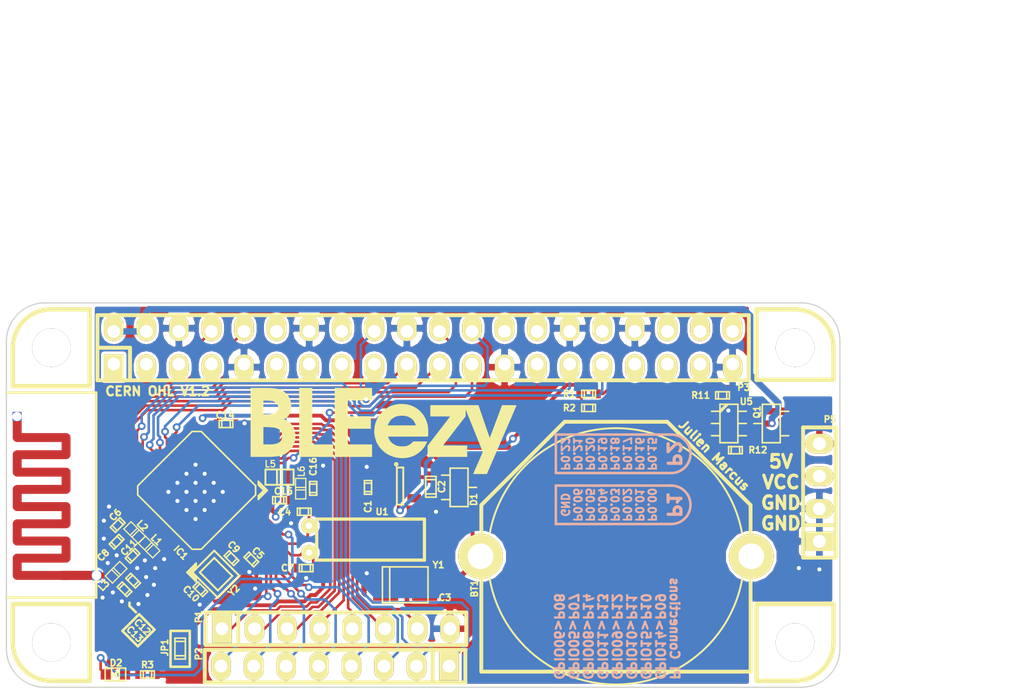
<source format=kicad_pcb>
(kicad_pcb (version 4) (host pcbnew 4.0.1-3.201512221402+6198~38~ubuntu14.04.1-stable)
  (title_block (title "Raspberry Pi Hat Template") (date 2015-12-24) (rev 0.1) (company OpenFet) (comment 1 "Author: Julien") (comment 2 "License: CERN OHL V1.2"))
  (layers (0 F.Cu signal) (31 B.Cu signal) (34 B.Paste user) (35 F.Paste user) (36 B.SilkS user) (37 F.SilkS user) (38 B.Mask user) (39 F.Mask user) (44 Edge.Cuts user))
  (net 0 "")
  (net 1 GND)
  (net 2 "/Back Power Protection/5V_MCU")
  (net 3 +5V)
  (net 4 "Net-(P3-Pad27)")
  (net 5 "Net-(P3-Pad28)")
  (net 6 "Net-(Q1-Pad1)")
  (net 7 "Net-(R11-Pad1)")
  (net 8 "Net-(P3-Pad1)")
  (net 9 "Net-(P3-Pad3)")
  (net 10 "Net-(P3-Pad5)")
  (net 11 "Net-(P3-Pad7)")
  (net 12 "Net-(P3-Pad11)")
  (net 13 "Net-(P3-Pad12)")
  (net 14 "Net-(P3-Pad13)")
  (net 15 "Net-(P3-Pad15)")
  (net 16 "Net-(P3-Pad16)")
  (net 17 "Net-(P3-Pad17)")
  (net 18 "Net-(P3-Pad26)")
  (net 19 "Net-(P3-Pad32)")
  (net 20 "Net-(P3-Pad33)")
  (net 21 "Net-(P3-Pad35)")
  (net 22 "Net-(P3-Pad36)")
  (net 23 "Net-(P3-Pad37)")
  (net 24 "Net-(P3-Pad40)")
  (net 25 "Net-(BT1-Pad1)")
  (net 26 "Net-(C2-Pad1)")
  (net 27 "Net-(C4-Pad1)")
  (net 28 "Net-(C5-Pad1)")
  (net 29 "Net-(C6-Pad1)")
  (net 30 "Net-(C7-Pad1)")
  (net 31 "Net-(C9-Pad1)")
  (net 32 "Net-(C10-Pad1)")
  (net 33 VCC)
  (net 34 "Net-(IC1-Pad2)")
  (net 35 /PI_GPIO5)
  (net 36 /PI_GPIO6)
  (net 37 /PI_TXD)
  (net 38 /PI_RXD)
  (net 39 /PI_SPI_SCLK)
  (net 40 /PI_SPI_CE0)
  (net 41 /nRF_SWDIO)
  (net 42 /nRF_SWDCLK)
  (net 43 /PI_SPI_MOSI)
  (net 44 /PI_SPI_MISO)
  (net 45 AVDD)
  (net 46 "Net-(IC1-Pad47)")
  (net 47 "Net-(U1-Pad4)")
  (net 48 /VSense)
  (net 49 "Net-(D2-Pad2)")
  (net 50 "Net-(D2-Pad1)")
  (net 51 "Net-(C8-Pad1)")
  (net 52 "Net-(C11-Pad1)")
  (net 53 "Net-(C11-Pad2)")
  (net 54 "Net-(C13-Pad2)")
  (net 55 "Net-(IC1-Pad31)")
  (net 56 /P0.00)
  (net 57 /P0.01)
  (net 58 /P0.02)
  (net 59 /P0.03)
  (net 60 "Net-(IC1-Pad14)")
  (net 61 "Net-(IC1-Pad15)")
  (net 62 /P0.04)
  (net 63 /P0.05)
  (net 64 /P0.06)
  (net 65 "Net-(IC1-Pad11)")
  (net 66 "Net-(L5-Pad1)")
  (net 67 /P0.21)
  (net 68 /P0.22)
  (net 69 /P0.23)
  (net 70 /P0.24)
  (net 71 /P0.25)
  (net 72 /P0.12)
  (net 73 /P0.11)
  (net 74 /P0.13)
  (module openfet-footprint:keystone_3003 (layer F.Cu) (at 85.635 59.48 180)
    (fp_text reference BT1 (at 11.035 -2.52 270) (layer F.SilkS) (effects (font (size 0.5 0.5) (thickness 0.125))))
    (fp_text value "Coin Cell" hide)
    (pad 2 smd rect (at 0 0 180) (size 5 5) (layers F.Cu F.Paste F.Mask) (net 1 GND))
    (pad 1 thru_hole circle (at 10.555 0 180) (size 3.5 3.5) (drill 2) (layers *.Cu *.Mask F.Paste F.SilkS) (net 25 "Net-(BT1-Pad1)"))
    (pad 1 thru_hole circle (at -10.555 0 180) (size 3.5 3.5) (drill 2) (layers *.Cu *.Mask F.Paste F.SilkS) (net 25 "Net-(BT1-Pad1)"))
  )
  (module w_smd_qfn:lfcsp-48 (layer F.Cu) (at 52.936132 54.331595 135)
    (fp_text reference IC1 (at -2.568405 -4.31656 135) (layer F.SilkS) (effects (font (size 0.5 0.5) (thickness 0.125))))
    (fp_text value NRF51822 hide)
    (pad 1 smd rect (at -2.75082 3.41122 135) (size 0.32004 0.71882) (layers F.Cu F.Paste F.Mask) (net 33 VCC))
    (pad 2 smd rect (at -2.25044 3.41122 135) (size 0.32004 0.71882) (layers F.Cu F.Paste F.Mask) (net 34 "Net-(IC1-Pad2)"))
    (pad 4 smd rect (at -1.24968 3.41122 135) (size 0.32004 0.71882) (layers F.Cu F.Paste F.Mask) (net 56 /P0.00))
    (pad 5 smd rect (at -0.7493 3.41122 135) (size 0.32004 0.71882) (layers F.Cu F.Paste F.Mask) (net 57 /P0.01))
    (pad 6 smd rect (at -0.24892 3.41122 135) (size 0.32004 0.71882) (layers F.Cu F.Paste F.Mask) (net 58 /P0.02))
    (pad 7 smd rect (at 0.24892 3.41122 135) (size 0.32004 0.71882) (layers F.Cu F.Paste F.Mask) (net 59 /P0.03))
    (pad 14 smd rect (at 3.41122 2.25044 135) (size 0.71882 0.32004) (layers F.Cu F.Paste F.Mask) (net 60 "Net-(IC1-Pad14)"))
    (pad 15 smd rect (at 3.41122 1.75006 135) (size 0.71882 0.32004) (layers F.Cu F.Paste F.Mask) (net 61 "Net-(IC1-Pad15)"))
    (pad 16 smd rect (at 3.41122 1.24968 135) (size 0.71882 0.32004) (layers F.Cu F.Paste F.Mask) (net 72 /P0.12))
    (pad 17 smd rect (at 3.41122 0.7493 135) (size 0.71882 0.32004) (layers F.Cu F.Paste F.Mask) (net 73 /P0.11))
    (pad 18 smd rect (at 3.41122 0.24892 135) (size 0.71882 0.32004) (layers F.Cu F.Paste F.Mask) (net 74 /P0.13))
    (pad 19 smd rect (at 3.41122 -0.24892 135) (size 0.71882 0.32004) (layers F.Cu F.Paste F.Mask) (net 36 /PI_GPIO6))
    (pad 20 smd rect (at 3.41122 -0.7493 135) (size 0.71882 0.32004) (layers F.Cu F.Paste F.Mask) (net 35 /PI_GPIO5))
    (pad 3 smd rect (at -1.75006 3.41122 135) (size 0.32004 0.71882) (layers F.Cu F.Paste F.Mask) (net 48 /VSense))
    (pad 49 smd rect (at 1.17348 1.17348 135) (size 2.3495 2.3495) (layers F.Cu F.Paste F.Mask) (net 1 GND))
    (pad 49 smd rect (at -1.17348 1.17348 135) (size 2.3495 2.3495) (layers F.Cu F.Paste F.Mask) (net 1 GND))
    (pad 49 smd rect (at -1.17348 -1.17348 135) (size 2.3495 2.3495) (layers F.Cu F.Paste F.Mask) (net 1 GND))
    (pad 49 smd rect (at 1.17348 -1.17348 135) (size 2.3495 2.3495) (layers F.Cu F.Paste F.Mask) (net 1 GND))
    (pad 25 smd rect (at 2.75082 -3.41122 135) (size 0.32004 0.71882) (layers F.Cu F.Paste F.Mask) (net 44 /PI_SPI_MISO))
    (pad 26 smd rect (at 2.25044 -3.41122 135) (size 0.32004 0.71882) (layers F.Cu F.Paste F.Mask) (net 43 /PI_SPI_MOSI))
    (pad 27 smd rect (at 1.75006 -3.41122 135) (size 0.32004 0.71882) (layers F.Cu F.Paste F.Mask) (net 38 /PI_RXD))
    (pad 28 smd rect (at 1.24968 -3.41122 135) (size 0.32004 0.71882) (layers F.Cu F.Paste F.Mask) (net 37 /PI_TXD))
    (pad 29 smd rect (at 0.7493 -3.41122 135) (size 0.32004 0.71882) (layers F.Cu F.Paste F.Mask) (net 29 "Net-(C6-Pad1)"))
    (pad 30 smd rect (at 0.24892 -3.41122 135) (size 0.32004 0.71882) (layers F.Cu F.Paste F.Mask) (net 51 "Net-(C8-Pad1)"))
    (pad 31 smd rect (at -0.24892 -3.41122 135) (size 0.32004 0.71882) (layers F.Cu F.Paste F.Mask) (net 55 "Net-(IC1-Pad31)"))
    (pad 37 smd rect (at -3.41122 -2.75082 135) (size 0.71882 0.32004) (layers F.Cu F.Paste F.Mask) (net 32 "Net-(C10-Pad1)"))
    (pad 38 smd rect (at -3.41122 -2.25044 135) (size 0.71882 0.32004) (layers F.Cu F.Paste F.Mask) (net 31 "Net-(C9-Pad1)"))
    (pad 39 smd rect (at -3.41122 -1.75006 135) (size 0.71882 0.32004) (layers F.Cu F.Paste F.Mask) (net 28 "Net-(C5-Pad1)"))
    (pad 40 smd rect (at -3.41122 -1.24968 135) (size 0.71882 0.32004) (layers F.Cu F.Paste F.Mask) (net 67 /P0.21))
    (pad 41 smd rect (at -3.41122 -0.7493 135) (size 0.71882 0.32004) (layers F.Cu F.Paste F.Mask) (net 68 /P0.22))
    (pad 42 smd rect (at -3.41122 -0.24892 135) (size 0.71882 0.32004) (layers F.Cu F.Paste F.Mask) (net 69 /P0.23))
    (pad 8 smd rect (at 0.7493 3.41122 135) (size 0.32004 0.71882) (layers F.Cu F.Paste F.Mask) (net 62 /P0.04))
    (pad 9 smd rect (at 1.24968 3.41122 135) (size 0.32004 0.71882) (layers F.Cu F.Paste F.Mask) (net 63 /P0.05))
    (pad 10 smd rect (at 1.75006 3.41122 135) (size 0.32004 0.71882) (layers F.Cu F.Paste F.Mask) (net 64 /P0.06))
    (pad 11 smd rect (at 2.25044 3.41122 135) (size 0.32004 0.71882) (layers F.Cu F.Paste F.Mask) (net 65 "Net-(IC1-Pad11)"))
    (pad 13 smd rect (at 3.41122 2.75082 135) (size 0.71882 0.32004) (layers F.Cu F.Paste F.Mask) (net 1 GND))
    (pad 21 smd rect (at 3.41122 -1.24968 135) (size 0.71882 0.32004) (layers F.Cu F.Paste F.Mask) (net 40 /PI_SPI_CE0))
    (pad 22 smd rect (at 3.41122 -1.75006 135) (size 0.71882 0.32004) (layers F.Cu F.Paste F.Mask) (net 39 /PI_SPI_SCLK))
    (pad 32 smd rect (at -0.7493 -3.41122 135) (size 0.32004 0.71882) (layers F.Cu F.Paste F.Mask) (net 53 "Net-(C11-Pad2)"))
    (pad 33 smd rect (at -1.24968 -3.41122 135) (size 0.32004 0.71882) (layers F.Cu F.Paste F.Mask) (net 1 GND))
    (pad 43 smd rect (at -3.41122 0.24892 135) (size 0.71882 0.32004) (layers F.Cu F.Paste F.Mask) (net 70 /P0.24))
    (pad 44 smd rect (at -3.40868 0.7493 135) (size 0.71628 0.3175) (layers F.Cu F.Paste F.Mask) (net 71 /P0.25))
    (pad 12 smd rect (at 2.74828 3.40868 135) (size 0.3175 0.71628) (layers F.Cu F.Paste F.Mask) (net 33 VCC))
    (pad 23 smd rect (at 3.40868 -2.2479 135) (size 0.71628 0.3175) (layers F.Cu F.Paste F.Mask) (net 41 /nRF_SWDIO))
    (pad 24 smd rect (at 3.40868 -2.74828 135) (size 0.71628 0.3175) (layers F.Cu F.Paste F.Mask) (net 42 /nRF_SWDCLK))
    (pad 34 smd rect (at -1.75006 -3.40868 135) (size 0.3175 0.71628) (layers F.Cu F.Paste F.Mask) (net 1 GND))
    (pad 35 smd rect (at -2.2479 -3.40868 135) (size 0.3175 0.71628) (layers F.Cu F.Paste F.Mask) (net 45 AVDD))
    (pad 36 smd rect (at -2.74828 -3.40868 135) (size 0.3175 0.71628) (layers F.Cu F.Paste F.Mask) (net 45 AVDD))
    (pad 45 smd rect (at -3.40868 1.24968 135) (size 0.71628 0.3175) (layers F.Cu F.Paste F.Mask) (net 30 "Net-(C7-Pad1)"))
    (pad 46 smd rect (at -3.40868 1.75006 135) (size 0.71628 0.3175) (layers F.Cu F.Paste F.Mask) (net 27 "Net-(C4-Pad1)"))
    (pad 47 smd rect (at -3.40868 2.2479 135) (size 0.71628 0.3175) (layers F.Cu F.Paste F.Mask) (net 46 "Net-(IC1-Pad47)"))
    (pad 48 smd rect (at -3.40868 2.74828 135) (size 0.71628 0.3175) (layers F.Cu F.Paste F.Mask) (net 49 "Net-(D2-Pad2)"))
  )
  (module w_crystal:crystal_fa128 (layer F.Cu) (at 54.45 60.875 315)
    (fp_text reference Y2 (at 1.891511 -0.088388 405) (layer F.SilkS) (effects (font (size 0.5 0.5) (thickness 0.125))))
    (fp_text value 16Mhz hide)
    (pad 1 smd rect (at -0.7239 0.5715 315) (size 0.94996 0.84836) (layers F.Cu F.Paste F.Mask) (net 32 "Net-(C10-Pad1)"))
    (pad 2 smd rect (at 0.7239 -0.5715 315) (size 0.94996 0.84836) (layers F.Cu F.Paste F.Mask) (net 31 "Net-(C9-Pad1)"))
    (pad 3 smd rect (at 0.7239 0.5715 315) (size 0.94996 0.84836) (layers F.Cu F.Paste F.Mask))
    (pad 4 smd rect (at -0.7239 -0.5715 315) (size 0.94996 0.84836) (layers F.Cu F.Paste F.Mask))
  )
  (module w_pin_strip:pin_socket_20x2 (layer F.Cu) (at 70.6 43.2)
    (fp_text reference P3 (at 25 3.1 180) (layer F.SilkS) (effects (font (size 0.5 0.5) (thickness 0.125))))
    (fp_text value Raspberry_Pi_+_Conn hide)
    (pad 1 thru_hole rect (at -24.13 1.27) (size 1.524 1.99898) (drill 1.00076 (offset 0 0.24892)) (layers *.Cu *.Mask F.SilkS) (net 8 "Net-(P3-Pad1)"))
    (pad 2 thru_hole oval (at -24.13 -1.27) (size 1.524 1.99898) (drill 1.00076 (offset 0 -0.24892)) (layers *.Cu *.Mask F.SilkS) (net 2 "/Back Power Protection/5V_MCU"))
    (pad 3 thru_hole oval (at -21.59 1.27) (size 1.524 1.99898) (drill 1.00076 (offset 0 0.24892)) (layers *.Cu *.Mask F.SilkS) (net 9 "Net-(P3-Pad3)"))
    (pad 4 thru_hole oval (at -21.59 -1.27) (size 1.524 1.99898) (drill 1.00076 (offset 0 -0.24892)) (layers *.Cu *.Mask F.SilkS) (net 2 "/Back Power Protection/5V_MCU"))
    (pad 5 thru_hole oval (at -19.05 1.27) (size 1.524 1.99898) (drill 1.00076 (offset 0 0.24892)) (layers *.Cu *.Mask F.SilkS) (net 10 "Net-(P3-Pad5)"))
    (pad 6 thru_hole oval (at -19.05 -1.27) (size 1.524 1.99898) (drill 1.00076 (offset 0 -0.24892)) (layers *.Cu *.Mask F.SilkS) (net 1 GND))
    (pad 7 thru_hole oval (at -16.51 1.27) (size 1.524 1.99898) (drill 1.00076 (offset 0 0.24892)) (layers *.Cu *.Mask F.SilkS) (net 11 "Net-(P3-Pad7)"))
    (pad 8 thru_hole oval (at -16.51 -1.27) (size 1.524 1.99898) (drill 1.00076 (offset 0 -0.24892)) (layers *.Cu *.Mask F.SilkS) (net 37 /PI_TXD))
    (pad 9 thru_hole oval (at -13.97 1.27) (size 1.524 1.99898) (drill 1.00076 (offset 0 0.24892)) (layers *.Cu *.Mask F.SilkS) (net 1 GND))
    (pad 10 thru_hole oval (at -13.97 -1.27) (size 1.524 1.99898) (drill 1.00076 (offset 0 -0.24892)) (layers *.Cu *.Mask F.SilkS) (net 38 /PI_RXD))
    (pad 11 thru_hole oval (at -11.43 1.27) (size 1.524 1.99898) (drill 1.00076 (offset 0 0.24892)) (layers *.Cu *.Mask F.SilkS) (net 12 "Net-(P3-Pad11)"))
    (pad 12 thru_hole oval (at -11.43 -1.27) (size 1.524 1.99898) (drill 1.00076 (offset 0 -0.24892)) (layers *.Cu *.Mask F.SilkS) (net 13 "Net-(P3-Pad12)"))
    (pad 13 thru_hole oval (at -8.89 1.27) (size 1.524 1.99898) (drill 1.00076 (offset 0 0.24892)) (layers *.Cu *.Mask F.SilkS) (net 14 "Net-(P3-Pad13)"))
    (pad 14 thru_hole oval (at -8.89 -1.27) (size 1.524 1.99898) (drill 1.00076 (offset 0 -0.24892)) (layers *.Cu *.Mask F.SilkS) (net 1 GND))
    (pad 15 thru_hole oval (at -6.35 1.27) (size 1.524 1.99898) (drill 1.00076 (offset 0 0.24892)) (layers *.Cu *.Mask F.SilkS) (net 15 "Net-(P3-Pad15)"))
    (pad 16 thru_hole oval (at -6.35 -1.27) (size 1.524 1.99898) (drill 1.00076 (offset 0 -0.24892)) (layers *.Cu *.Mask F.SilkS) (net 16 "Net-(P3-Pad16)"))
    (pad 17 thru_hole oval (at -3.81 1.27) (size 1.524 1.99898) (drill 1.00076 (offset 0 0.24892)) (layers *.Cu *.Mask F.SilkS) (net 17 "Net-(P3-Pad17)"))
    (pad 18 thru_hole oval (at -3.81 -1.27) (size 1.524 1.99898) (drill 1.00076 (offset 0 -0.24892)) (layers *.Cu *.Mask F.SilkS) (net 41 /nRF_SWDIO))
    (pad 19 thru_hole oval (at -1.27 1.27) (size 1.524 1.99898) (drill 1.00076 (offset 0 0.24892)) (layers *.Cu *.Mask F.SilkS) (net 43 /PI_SPI_MOSI))
    (pad 20 thru_hole oval (at -1.27 -1.27) (size 1.524 1.99898) (drill 1.00076 (offset 0 -0.24892)) (layers *.Cu *.Mask F.SilkS) (net 1 GND))
    (pad 21 thru_hole oval (at 1.27 1.27) (size 1.524 1.99898) (drill 1.00076 (offset 0 0.24892)) (layers *.Cu *.Mask F.SilkS) (net 44 /PI_SPI_MISO))
    (pad 22 thru_hole oval (at 1.27 -1.27) (size 1.524 1.99898) (drill 1.00076 (offset 0 -0.24892)) (layers *.Cu *.Mask F.SilkS) (net 42 /nRF_SWDCLK))
    (pad 23 thru_hole oval (at 3.81 1.27) (size 1.524 1.99898) (drill 1.00076 (offset 0 0.24892)) (layers *.Cu *.Mask F.SilkS) (net 39 /PI_SPI_SCLK))
    (pad 24 thru_hole oval (at 3.81 -1.27) (size 1.524 1.99898) (drill 1.00076 (offset 0 -0.24892)) (layers *.Cu *.Mask F.SilkS) (net 40 /PI_SPI_CE0))
    (pad 25 thru_hole oval (at 6.35 1.27) (size 1.524 1.99898) (drill 1.00076 (offset 0 0.24892)) (layers *.Cu *.Mask F.SilkS) (net 1 GND))
    (pad 26 thru_hole oval (at 6.35 -1.27) (size 1.524 1.99898) (drill 1.00076 (offset 0 -0.24892)) (layers *.Cu *.Mask F.SilkS) (net 18 "Net-(P3-Pad26)"))
    (pad 27 thru_hole oval (at 8.89 1.27) (size 1.524 1.99898) (drill 1.00076 (offset 0 0.24892)) (layers *.Cu *.Mask F.SilkS) (net 4 "Net-(P3-Pad27)"))
    (pad 28 thru_hole oval (at 8.89 -1.27) (size 1.524 1.99898) (drill 1.00076 (offset 0 -0.24892)) (layers *.Cu *.Mask F.SilkS) (net 5 "Net-(P3-Pad28)"))
    (pad 29 thru_hole oval (at 11.43 1.27) (size 1.524 1.99898) (drill 1.00076 (offset 0 0.24892)) (layers *.Cu *.Mask F.SilkS) (net 35 /PI_GPIO5))
    (pad 30 thru_hole oval (at 11.43 -1.27) (size 1.524 1.99898) (drill 1.00076 (offset 0 -0.24892)) (layers *.Cu *.Mask F.SilkS) (net 1 GND))
    (pad 31 thru_hole oval (at 13.97 1.27) (size 1.524 1.99898) (drill 1.00076 (offset 0 0.24892)) (layers *.Cu *.Mask F.SilkS) (net 36 /PI_GPIO6))
    (pad 32 thru_hole oval (at 13.97 -1.27) (size 1.524 1.99898) (drill 1.00076 (offset 0 -0.24892)) (layers *.Cu *.Mask F.SilkS) (net 19 "Net-(P3-Pad32)"))
    (pad 33 thru_hole oval (at 16.51 1.27) (size 1.524 1.99898) (drill 1.00076 (offset 0 0.24892)) (layers *.Cu *.Mask F.SilkS) (net 20 "Net-(P3-Pad33)"))
    (pad 34 thru_hole oval (at 16.51 -1.27) (size 1.524 1.99898) (drill 1.00076 (offset 0 -0.24892)) (layers *.Cu *.Mask F.SilkS) (net 1 GND))
    (pad 35 thru_hole oval (at 19.05 1.27) (size 1.524 1.99898) (drill 1.00076 (offset 0 0.24892)) (layers *.Cu *.Mask F.SilkS) (net 21 "Net-(P3-Pad35)"))
    (pad 36 thru_hole oval (at 19.05 -1.27) (size 1.524 1.99898) (drill 1.00076 (offset 0 -0.24892)) (layers *.Cu *.Mask F.SilkS) (net 22 "Net-(P3-Pad36)"))
    (pad 37 thru_hole oval (at 21.59 1.27) (size 1.524 1.99898) (drill 1.00076 (offset 0 0.24892)) (layers *.Cu *.Mask F.SilkS) (net 23 "Net-(P3-Pad37)"))
    (pad 38 thru_hole oval (at 21.59 -1.27) (size 1.524 1.99898) (drill 1.00076 (offset 0 -0.24892)) (layers *.Cu *.Mask F.SilkS))
    (pad 39 thru_hole oval (at 24.13 1.27) (size 1.524 1.99898) (drill 1.00076 (offset 0 0.24892)) (layers *.Cu *.Mask F.SilkS) (net 1 GND))
    (pad 40 thru_hole oval (at 24.13 -1.27) (size 1.524 1.99898) (drill 1.00076 (offset 0 -0.24892)) (layers *.Cu *.Mask F.SilkS) (net 24 "Net-(P3-Pad40)"))
  )
  (module w_smd_trans:sot23 (layer F.Cu) (at 97.747135 49.115465 90)
    (fp_text reference Q1 (at 0.9 -1.1 90) (layer F.SilkS) (effects (font (size 0.5 0.5) (thickness 0.125))))
    (fp_text value BSS138 hide)
    (pad 1 smd rect (at -0.9525 1.05664 90) (size 0.59944 1.00076) (layers F.Cu F.Paste F.Mask) (net 6 "Net-(Q1-Pad1)"))
    (pad 2 smd rect (at 0 -1.05664 90) (size 0.59944 1.00076) (layers F.Cu F.Paste F.Mask) (net 2 "/Back Power Protection/5V_MCU"))
    (pad 3 smd rect (at 0.9525 1.05664 90) (size 0.59944 1.00076) (layers F.Cu F.Paste F.Mask) (net 3 +5V))
  )
  (module w_smd_resistors:r_0402 (layer F.Cu) (at 93.947135 46.915465 180)
    (fp_text reference R11 (at 1.7 0 180) (layer F.SilkS) (effects (font (size 0.5 0.5) (thickness 0.125))))
    (fp_text value 10k hide)
    (pad 1 smd rect (at 0.54864 0 180) (size 0.8001 0.6985) (layers F.Cu F.Paste F.Mask) (net 7 "Net-(R11-Pad1)"))
    (pad 2 smd rect (at -0.54864 0 180) (size 0.8001 0.6985) (layers F.Cu F.Paste F.Mask) (net 1 GND))
  )
  (module w_smd_resistors:r_0402 (layer F.Cu) (at 94.95136 51.2)
    (fp_text reference R12 (at 1.752865 -0.015465 180) (layer F.SilkS) (effects (font (size 0.5 0.5) (thickness 0.125))))
    (fp_text value 47k hide)
    (pad 1 smd rect (at 0.54864 0) (size 0.8001 0.6985) (layers F.Cu F.Paste F.Mask) (net 6 "Net-(Q1-Pad1)"))
    (pad 2 smd rect (at -0.54864 0) (size 0.8001 0.6985) (layers F.Cu F.Paste F.Mask) (net 1 GND))
  )
  (module w_smd_trans:sot23-6 (layer F.Cu) (at 94.447135 49.112965 270)
    (fp_text reference U5 (at -1.712965 -1.352865 360) (layer F.SilkS) (effects (font (size 0.5 0.5) (thickness 0.125))))
    (fp_text value DMMT5401 hide)
    (pad 1 smd rect (at -0.9525 1.05664 270) (size 0.59944 1.00076) (layers F.Cu F.Paste F.Mask) (net 7 "Net-(R11-Pad1)"))
    (pad 3 smd rect (at 0.9525 1.05664 270) (size 0.59944 1.00076) (layers F.Cu F.Paste F.Mask) (net 7 "Net-(R11-Pad1)"))
    (pad 2 smd rect (at 0 1.05664 270) (size 0.59944 1.00076) (layers F.Cu F.Paste F.Mask) (net 7 "Net-(R11-Pad1)"))
    (pad 4 smd rect (at 0.9525 -1.05664 270) (size 0.59944 1.00076) (layers F.Cu F.Paste F.Mask) (net 6 "Net-(Q1-Pad1)"))
    (pad 6 smd rect (at -0.9525 -1.05664 270) (size 0.59944 1.00076) (layers F.Cu F.Paste F.Mask) (net 3 +5V))
    (pad 5 smd rect (at 0 -1.05664 270) (size 0.59944 1.00076) (layers F.Cu F.Paste F.Mask) (net 2 "/Back Power Protection/5V_MCU"))
  )
  (module w_smd_cap:c_0402 (layer F.Cu) (at 55.65 59.625 135)
    (fp_text reference C9 (at 0.494975 0.742462 135) (layer F.SilkS) (effects (font (size 0.5 0.5) (thickness 0.125))))
    (fp_text value 6pf hide)
    (pad 1 smd rect (at 0.54864 0 135) (size 0.8001 0.6985) (layers F.Cu F.Paste F.Mask) (net 31 "Net-(C9-Pad1)"))
    (pad 2 smd rect (at -0.54864 0 135) (size 0.8001 0.6985) (layers F.Cu F.Paste F.Mask) (net 1 GND))
  )
  (module w_smd_cap:c_0402 (layer F.Cu) (at 53.225 62.05 135)
    (fp_text reference C10 (at 0.265165 -0.76014 135) (layer F.SilkS) (effects (font (size 0.5 0.5) (thickness 0.125))))
    (fp_text value 6pf hide)
    (pad 1 smd rect (at 0.54864 0 135) (size 0.8001 0.6985) (layers F.Cu F.Paste F.Mask) (net 32 "Net-(C10-Pad1)"))
    (pad 2 smd rect (at -0.54864 0 135) (size 0.8001 0.6985) (layers F.Cu F.Paste F.Mask) (net 1 GND))
  )
  (module w_pin_strip:pin_strip_4 (layer F.Cu) (at 101.5 54.5 90)
    (fp_text reference P5 (at 5.71 0.83 180) (layer F.SilkS) (effects (font (size 0.5 0.5) (thickness 0.125))))
    (fp_text value "Power Con" hide)
    (pad 1 thru_hole rect (at -3.81 0 90) (size 1.524 2.19964) (drill 1.00076) (layers *.Cu *.Mask F.SilkS) (net 1 GND))
    (pad 2 thru_hole oval (at -1.27 0 90) (size 1.524 2.19964) (drill 1.00076) (layers *.Cu *.Mask F.SilkS) (net 1 GND))
    (pad 3 thru_hole oval (at 1.27 0 90) (size 1.524 2.19964) (drill 1.00076) (layers *.Cu *.Mask F.SilkS) (net 33 VCC))
    (pad 4 thru_hole oval (at 3.81 0 90) (size 1.524 2.19964) (drill 1.00076) (layers *.Cu *.Mask F.SilkS) (net 3 +5V))
  )
  (module openfet-footprint:Ant_24ghz_small (layer F.Cu) (at 44.53 60.97 90)
    (fp_text reference P6 hide)
    (fp_text value TST hide)
    (fp_line (start 10.87374 -5.588) (end 12.01674 -5.588) (layer F.Cu) (width 0.6985))
    (fp_line (start 10.75944 -1.778) (end 10.75944 -5.588) (layer F.Cu) (width 0.6985))
    (fp_line (start 9.42086 -5.588) (end 9.42086 -1.778) (layer F.Cu) (width 0.6985))
    (fp_line (start 8.17118 -5.588) (end 9.31418 -5.588) (layer F.Cu) (width 0.6985))
    (fp_line (start 9.51738 -1.778) (end 10.66038 -1.778) (layer F.Cu) (width 0.6985))
    (fp_line (start 6.81736 -1.778) (end 7.96036 -1.778) (layer F.Cu) (width 0.6985))
    (fp_line (start 5.4737 -5.588) (end 6.6167 -5.588) (layer F.Cu) (width 0.6985))
    (fp_line (start 4.1275 -1.778) (end 5.2705 -1.778) (layer F.Cu) (width 0.6985))
    (fp_line (start 2.78638 -5.588) (end 3.92938 -5.588) (layer F.Cu) (width 0.6985))
    (fp_line (start 1.44526 -1.778) (end 2.58826 -1.778) (layer F.Cu) (width 0.6985))
    (fp_line (start 0.09906 -5.588) (end 1.24206 -5.588) (layer F.Cu) (width 0.6985))
    (fp_line (start 0.00254 -2.10058) (end 0.00254 0.43942) (layer F.Cu) (width 0.6985))
    (fp_line (start 0 -1.778) (end 0 0) (layer F.Cu) (width 0.6985))
    (fp_line (start 0 -5.588) (end 0 -1.778) (layer F.Cu) (width 0.6985))
    (fp_line (start 1.3462 -5.588) (end 1.3462 -1.778) (layer F.Cu) (width 0.6985))
    (fp_line (start 2.68478 -1.778) (end 2.68478 -5.588) (layer F.Cu) (width 0.6985))
    (fp_line (start 4.02844 -5.588) (end 4.02844 -1.778) (layer F.Cu) (width 0.6985))
    (fp_line (start 5.36956 -1.778) (end 5.36956 -5.588) (layer F.Cu) (width 0.6985))
    (fp_line (start 6.71322 -5.588) (end 6.71322 -1.778) (layer F.Cu) (width 0.6985))
    (fp_line (start 8.05942 -1.778) (end 8.05942 -5.588) (layer F.Cu) (width 0.6985))
    (pad "" thru_hole rect (at 12.40028 -5.6007 90) (size 0.7112 0.7112) (drill 0.762) (layers F.Cu))
    (pad 1 thru_hole rect (at 0 0.59944 90) (size 0.75184 0.75184) (drill 0.762) (layers F.Cu) (net 54 "Net-(C13-Pad2)"))
  )
  (module w_crystal:crystal_tc-38_horiz (layer F.Cu) (at 66.1 58.175 90)
    (fp_text reference Y1 (at -1.975 5.7 180) (layer F.SilkS) (effects (font (size 0.5 0.5) (thickness 0.125))))
    (fp_text value 32Khz hide)
    (pad 1 thru_hole circle (at -1.02 -4.4 90) (size 1.2 1.2) (drill 0.5) (layers *.Cu *.Mask F.SilkS) (net 30 "Net-(C7-Pad1)"))
    (pad 2 thru_hole circle (at 1.08 -4.4 90) (size 1.2 1.2) (drill 0.5) (layers *.Cu *.Mask F.SilkS) (net 27 "Net-(C4-Pad1)"))
    (pad "" smd rect (at 0 4.6 90) (size 3 3) (layers F.Cu F.Paste F.Mask))
  )
  (module w_smd_cap:c_0402 (layer F.Cu) (at 66.3 54.1 270)
    (fp_text reference C1 (at 1.5 0 270) (layer F.SilkS) (effects (font (size 0.5 0.5) (thickness 0.125))))
    (fp_text value 2.2uf hide)
    (pad 1 smd rect (at 0.54864 0 270) (size 0.8001 0.6985) (layers F.Cu F.Paste F.Mask) (net 3 +5V))
    (pad 2 smd rect (at -0.54864 0 270) (size 0.8001 0.6985) (layers F.Cu F.Paste F.Mask) (net 1 GND))
  )
  (module w_smd_cap:c_0603 (layer F.Cu) (at 71.2 54.05184 90)
    (fp_text reference C2 (at 0 0.85 90) (layer F.SilkS) (effects (font (size 0.5 0.5) (thickness 0.125))))
    (fp_text value 1.0uf hide)
    (pad 1 smd rect (at 0.75184 0 90) (size 0.89916 1.00076) (layers F.Cu F.Paste F.Mask) (net 26 "Net-(C2-Pad1)"))
    (pad 2 smd rect (at -0.75184 0 90) (size 0.89916 1.00076) (layers F.Cu F.Paste F.Mask) (net 1 GND))
  )
  (module w_smd_cap:c_tant_B (layer F.Cu) (at 69.2 61.7 180)
    (fp_text reference C3 (at -3.1 -1 180) (layer F.SilkS) (effects (font (size 0.5 0.5) (thickness 0.125))))
    (fp_text value 10uf hide)
    (pad 2 smd rect (at 1.524 0 180) (size 1.95072 2.49936) (layers F.Cu F.Paste F.Mask) (net 1 GND))
    (pad 1 smd rect (at -1.524 0 180) (size 1.95072 2.49936) (layers F.Cu F.Paste F.Mask) (net 25 "Net-(BT1-Pad1)"))
  )
  (module w_smd_cap:c_0402 (layer F.Cu) (at 61.325 56)
    (fp_text reference C4 (at -1.51864 0.02) (layer F.SilkS) (effects (font (size 0.5 0.5) (thickness 0.125))))
    (fp_text value 6pf hide)
    (pad 1 smd rect (at 0.54864 0) (size 0.8001 0.6985) (layers F.Cu F.Paste F.Mask) (net 27 "Net-(C4-Pad1)"))
    (pad 2 smd rect (at -0.54864 0) (size 0.8001 0.6985) (layers F.Cu F.Paste F.Mask) (net 1 GND))
  )
  (module w_smd_cap:c_0402 (layer F.Cu) (at 57.2 59.725 135)
    (fp_text reference C5 (at -0.017678 0.724784 135) (layer F.SilkS) (effects (font (size 0.5 0.5) (thickness 0.125))))
    (fp_text value 100nf hide)
    (pad 1 smd rect (at 0.54864 0 135) (size 0.8001 0.6985) (layers F.Cu F.Paste F.Mask) (net 28 "Net-(C5-Pad1)"))
    (pad 2 smd rect (at -0.54864 0 135) (size 0.8001 0.6985) (layers F.Cu F.Paste F.Mask) (net 1 GND))
  )
  (module w_smd_cap:c_0402 (layer F.Cu) (at 46.77627 57.040775 45)
    (fp_text reference C6 (at 0.434521 -0.683804 45) (layer F.SilkS) (effects (font (size 0.5 0.5) (thickness 0.125))))
    (fp_text value 47nf hide)
    (pad 1 smd rect (at 0.54864 0 45) (size 0.8001 0.6985) (layers F.Cu F.Paste F.Mask) (net 29 "Net-(C6-Pad1)"))
    (pad 2 smd rect (at -0.54864 0 45) (size 0.8001 0.6985) (layers F.Cu F.Paste F.Mask) (net 1 GND))
  )
  (module w_smd_cap:c_0402 (layer F.Cu) (at 61.475 60.4)
    (fp_text reference C7 (at -1.45864 -0.01) (layer F.SilkS) (effects (font (size 0.5 0.5) (thickness 0.125))))
    (fp_text value 6pf hide)
    (pad 1 smd rect (at 0.54864 0) (size 0.8001 0.6985) (layers F.Cu F.Paste F.Mask) (net 30 "Net-(C7-Pad1)"))
    (pad 2 smd rect (at -0.54864 0) (size 0.8001 0.6985) (layers F.Cu F.Paste F.Mask) (net 1 GND))
  )
  (module w_smd_cap:c_0402 (layer F.Cu) (at 46.692379 58.34089 45)
    (fp_text reference C8 (at -1.485977 0.011831 45) (layer F.SilkS) (effects (font (size 0.5 0.5) (thickness 0.125))))
    (fp_text value 2.2nf hide)
    (pad 1 smd rect (at 0.54864 0 45) (size 0.8001 0.6985) (layers F.Cu F.Paste F.Mask) (net 51 "Net-(C8-Pad1)"))
    (pad 2 smd rect (at -0.54864 0 45) (size 0.8001 0.6985) (layers F.Cu F.Paste F.Mask) (net 1 GND))
  )
  (module w_pin_strip:pin_strip_8 (layer F.Cu) (at 63.8 65.13)
    (fp_text reference P1 (at -10.7 -0.93 90) (layer F.SilkS) (effects (font (size 0.5 0.5) (thickness 0.125))))
    (fp_text value "Analog Header" hide)
    (pad 1 thru_hole rect (at -8.89 0) (size 1.524 2.19964) (drill 1.00076) (layers *.Cu *.Mask F.SilkS) (net 56 /P0.00))
    (pad 2 thru_hole oval (at -6.35 0) (size 1.524 2.19964) (drill 1.00076) (layers *.Cu *.Mask F.SilkS) (net 57 /P0.01))
    (pad 3 thru_hole oval (at -3.81 0) (size 1.524 2.19964) (drill 1.00076) (layers *.Cu *.Mask F.SilkS) (net 58 /P0.02))
    (pad 4 thru_hole oval (at -1.27 0) (size 1.524 2.19964) (drill 1.00076) (layers *.Cu *.Mask F.SilkS) (net 59 /P0.03))
    (pad 5 thru_hole oval (at 1.27 0) (size 1.524 2.19964) (drill 1.00076) (layers *.Cu *.Mask F.SilkS) (net 62 /P0.04))
    (pad 6 thru_hole oval (at 3.81 0) (size 1.524 2.19964) (drill 1.00076) (layers *.Cu *.Mask F.SilkS) (net 63 /P0.05))
    (pad 7 thru_hole oval (at 6.35 0) (size 1.524 2.19964) (drill 1.00076) (layers *.Cu *.Mask F.SilkS) (net 64 /P0.06))
    (pad 8 thru_hole oval (at 8.89 0) (size 1.524 2.19964) (drill 1.00076) (layers *.Cu *.Mask F.SilkS) (net 1 GND))
  )
  (module w_pin_strip:pin_strip_8 (layer F.Cu) (at 63.73 68.05 180)
    (fp_text reference P2 (at 10.63 0.95 270) (layer F.SilkS) (effects (font (size 0.5 0.5) (thickness 0.125))))
    (fp_text value "Digital Con 2" hide)
    (pad 1 thru_hole rect (at -8.89 0 180) (size 1.524 2.19964) (drill 1.00076) (layers *.Cu *.Mask F.SilkS) (net 74 /P0.13))
    (pad 2 thru_hole oval (at -6.35 0 180) (size 1.524 2.19964) (drill 1.00076) (layers *.Cu *.Mask F.SilkS) (net 73 /P0.11))
    (pad 3 thru_hole oval (at -3.81 0 180) (size 1.524 2.19964) (drill 1.00076) (layers *.Cu *.Mask F.SilkS) (net 72 /P0.12))
    (pad 4 thru_hole oval (at -1.27 0 180) (size 1.524 2.19964) (drill 1.00076) (layers *.Cu *.Mask F.SilkS) (net 71 /P0.25))
    (pad 5 thru_hole oval (at 1.27 0 180) (size 1.524 2.19964) (drill 1.00076) (layers *.Cu *.Mask F.SilkS) (net 70 /P0.24))
    (pad 6 thru_hole oval (at 3.81 0 180) (size 1.524 2.19964) (drill 1.00076) (layers *.Cu *.Mask F.SilkS) (net 69 /P0.23))
    (pad 7 thru_hole oval (at 6.35 0 180) (size 1.524 2.19964) (drill 1.00076) (layers *.Cu *.Mask F.SilkS) (net 68 /P0.22))
    (pad 8 thru_hole oval (at 8.89 0 180) (size 1.524 2.19964) (drill 1.00076) (layers *.Cu *.Mask F.SilkS) (net 67 /P0.21))
  )
  (module TO_SOT_Packages_SMD:SOT-23-5 (layer F.Cu) (at 68.8 54)
    (fp_text reference U1 (at -1.4 2) (layer F.SilkS) (effects (font (size 0.5 0.5) (thickness 0.125))))
    (fp_text value LD3985M33R hide)
    (pad 1 smd rect (at -1.1 -0.95) (size 1.06 0.65) (layers F.Cu F.Paste F.Mask) (net 3 +5V))
    (pad 2 smd rect (at -1.1 0) (size 1.06 0.65) (layers F.Cu F.Paste F.Mask) (net 1 GND))
    (pad 3 smd rect (at -1.1 0.95) (size 1.06 0.65) (layers F.Cu F.Paste F.Mask) (net 3 +5V))
    (pad 4 smd rect (at 1.1 0.95) (size 1.06 0.65) (layers F.Cu F.Paste F.Mask) (net 47 "Net-(U1-Pad4)"))
    (pad 5 smd rect (at 1.1 -0.95) (size 1.06 0.65) (layers F.Cu F.Paste F.Mask) (net 26 "Net-(C2-Pad1)"))
  )
  (module w_smd_resistors:r_0402 (layer F.Cu) (at 83.5 46.8 180)
    (fp_text reference R1 (at 1.5 0 180) (layer F.SilkS) (effects (font (size 0.5 0.5) (thickness 0.125))))
    (fp_text value R hide)
    (pad 1 smd rect (at 0.54864 0 180) (size 0.8001 0.6985) (layers F.Cu F.Paste F.Mask) (net 48 /VSense))
    (pad 2 smd rect (at -0.54864 0 180) (size 0.8001 0.6985) (layers F.Cu F.Paste F.Mask) (net 3 +5V))
  )
  (module w_smd_resistors:r_0402 (layer F.Cu) (at 83.5 47.9 180)
    (fp_text reference R2 (at 1.5 0 180) (layer F.SilkS) (effects (font (size 0.5 0.5) (thickness 0.125))))
    (fp_text value R hide)
    (pad 1 smd rect (at 0.54864 0 180) (size 0.8001 0.6985) (layers F.Cu F.Paste F.Mask) (net 48 /VSense))
    (pad 2 smd rect (at -0.54864 0 180) (size 0.8001 0.6985) (layers F.Cu F.Paste F.Mask) (net 1 GND))
  )
  (module w_smd_trans:sot23 (layer F.Cu) (at 73.4 54.1 270)
    (fp_text reference D1 (at 0.95 -1.15 270) (layer F.SilkS) (effects (font (size 0.5 0.5) (thickness 0.125))))
    (fp_text value D_Schottky_x2_KCom_KAA hide)
    (pad 1 smd rect (at -0.9525 1.05664 270) (size 0.59944 1.00076) (layers F.Cu F.Paste F.Mask) (net 33 VCC))
    (pad 2 smd rect (at 0 -1.05664 270) (size 0.59944 1.00076) (layers F.Cu F.Paste F.Mask) (net 25 "Net-(BT1-Pad1)"))
    (pad 3 smd rect (at 0.9525 1.05664 270) (size 0.59944 1.00076) (layers F.Cu F.Paste F.Mask) (net 26 "Net-(C2-Pad1)"))
  )
  (module w_smd_resistors:r_0402 (layer F.Cu) (at 49.1 68.7 180)
    (fp_text reference R3 (at 0 0.75 180) (layer F.SilkS) (effects (font (size 0.5 0.5) (thickness 0.125))))
    (fp_text value R hide)
    (pad 1 smd rect (at 0.54864 0 180) (size 0.8001 0.6985) (layers F.Cu F.Paste F.Mask) (net 50 "Net-(D2-Pad1)"))
    (pad 2 smd rect (at -0.54864 0 180) (size 0.8001 0.6985) (layers F.Cu F.Paste F.Mask) (net 1 GND))
  )
  (module w_smd_leds:Led_0603 (layer F.Cu) (at 46.6 68.7 180)
    (fp_text reference D2 (at -0.05 0.9 180) (layer F.SilkS) (effects (font (size 0.5 0.5) (thickness 0.125))))
    (fp_text value LED hide)
    (pad 1 smd rect (at -0.7493 0 180) (size 0.79756 0.79756) (layers F.Cu F.Paste F.Mask) (net 50 "Net-(D2-Pad1)"))
    (pad 2 smd rect (at 0.7493 0 180) (size 0.79756 0.79756) (layers F.Cu F.Paste F.Mask) (net 49 "Net-(D2-Pad2)"))
  )
  (module w_smd_cap:c_0402 (layer F.Cu) (at 47.935925 59.444938 225)
    (fp_text reference C11 (at -0.253861 0.65822 225) (layer F.SilkS) (effects (font (size 0.5 0.5) (thickness 0.125))))
    (fp_text value 2.2pf hide)
    (pad 1 smd rect (at 0.54864 0 225) (size 0.8001 0.6985) (layers F.Cu F.Paste F.Mask) (net 52 "Net-(C11-Pad1)"))
    (pad 2 smd rect (at -0.54864 0 225) (size 0.8001 0.6985) (layers F.Cu F.Paste F.Mask) (net 53 "Net-(C11-Pad2)"))
  )
  (module w_smd_cap:c_0402 (layer F.Cu) (at 47.978352 61.380488 315)
    (fp_text reference C12 (at 3.069664 2.049099 315) (layer F.SilkS) (effects (font (size 0.5 0.5) (thickness 0.125))))
    (fp_text value 1pf hide)
    (pad 1 smd rect (at 0.54864 0 315) (size 0.8001 0.6985) (layers F.Cu F.Paste F.Mask) (net 1 GND))
    (pad 2 smd rect (at -0.54864 0 315) (size 0.8001 0.6985) (layers F.Cu F.Paste F.Mask) (net 52 "Net-(C11-Pad1)"))
  )
  (module w_smd_cap:c_0402 (layer F.Cu) (at 47.307562 62.053201 315)
    (fp_text reference C13 (at 3.032949 1.912272 315) (layer F.SilkS) (effects (font (size 0.5 0.5) (thickness 0.125))))
    (fp_text value 1.5pf hide)
    (pad 1 smd rect (at 0.54864 0 315) (size 0.8001 0.6985) (layers F.Cu F.Paste F.Mask) (net 1 GND))
    (pad 2 smd rect (at -0.54864 0 315) (size 0.8001 0.6985) (layers F.Cu F.Paste F.Mask) (net 54 "Net-(C13-Pad2)"))
  )
  (module w_smd_inductors:inductor_smd_0402 (layer F.Cu) (at 49.223821 58.751012 315)
    (fp_text reference L1 (at 0.017796 -0.797044 315) (layer F.SilkS) (effects (font (size 0.5 0.5) (thickness 0.125))))
    (fp_text value 4.7nH hide)
    (pad 1 smd rect (at -0.47752 0 315) (size 0.4953 0.65786) (layers F.Cu F.Paste F.Mask) (net 55 "Net-(IC1-Pad31)"))
    (pad 2 smd rect (at 0.47752 0 315) (size 0.4953 0.65786) (layers F.Cu F.Paste F.Mask) (net 53 "Net-(C11-Pad2)"))
  )
  (module w_smd_inductors:inductor_smd_0402 (layer F.Cu) (at 48.099521 57.626712 315)
    (fp_text reference L2 (at 0.052161 -0.797044 315) (layer F.SilkS) (effects (font (size 0.5 0.5) (thickness 0.125))))
    (fp_text value 10nH hide)
    (pad 1 smd rect (at -0.47752 0 315) (size 0.4953 0.65786) (layers F.Cu F.Paste F.Mask) (net 51 "Net-(C8-Pad1)"))
    (pad 2 smd rect (at 0.47752 0 315) (size 0.4953 0.65786) (layers F.Cu F.Paste F.Mask) (net 55 "Net-(IC1-Pad31)"))
  )
  (module w_smd_inductors:inductor_smd_0402 (layer F.Cu) (at 46.65527 60.725594 45)
    (fp_text reference L3 (at -1.399842 0.048887 45) (layer F.SilkS) (effects (font (size 0.5 0.5) (thickness 0.125))))
    (fp_text value 3.3nH hide)
    (pad 1 smd rect (at -0.47752 0 45) (size 0.4953 0.65786) (layers F.Cu F.Paste F.Mask) (net 54 "Net-(C13-Pad2)"))
    (pad 2 smd rect (at 0.47752 0 45) (size 0.4953 0.65786) (layers F.Cu F.Paste F.Mask) (net 52 "Net-(C11-Pad1)"))
  )
  (module w_smd_cap:c_0603 (layer F.Cu) (at 51.65 66.68 90)
    (fp_text reference JP1 (at 0.08 -1.2 90) (layer F.SilkS) (effects (font (size 0.5 0.5) (thickness 0.125))))
    (fp_text value JUMPER hide)
    (pad 1 smd rect (at 0.75184 0 90) (size 0.89916 1.00076) (layers F.Cu F.Paste F.Mask) (net 33 VCC))
    (pad 2 smd rect (at -0.75184 0 90) (size 0.89916 1.00076) (layers F.Cu F.Paste F.Mask) (net 45 AVDD))
  )
  (module Mounting_Holes:MountingHole_3mm (layer F.Cu) (at 41.6 43.2)
    (fp_text reference REF** hide)
    (fp_text value MountingHole_3mm hide)
    (pad 1 thru_hole circle (at 0 0) (size 3 3) (drill 3) (layers))
  )
  (module Mounting_Holes:MountingHole_3mm (layer F.Cu) (at 99.6 43.2)
    (fp_text reference REF** hide)
    (fp_text value MountingHole_3mm hide)
    (pad 1 thru_hole circle (at 0 0) (size 3 3) (drill 3) (layers))
  )
  (module Mounting_Holes:MountingHole_3mm (layer F.Cu) (at 99.6 66.2)
    (fp_text reference REF** hide)
    (fp_text value MountingHole_3mm hide)
    (pad 1 thru_hole circle (at 0 0) (size 3 3) (drill 3) (layers))
  )
  (module Mounting_Holes:MountingHole_3mm (layer F.Cu) (at 41.6 66.2)
    (fp_text reference REF** hide)
    (fp_text value MountingHole_3mm hide)
    (pad 1 thru_hole circle (at 0 0) (size 3 3) (drill 3) (layers))
  )
  (module w_smd_cap:c_0402 (layer F.Cu) (at 55.225 49.15 180)
    (fp_text reference C14 (at 0.06364 0.685894 180) (layer F.SilkS) (effects (font (size 0.5 0.5) (thickness 0.125))))
    (fp_text value 100nf hide)
    (pad 1 smd rect (at 0.54864 0 180) (size 0.8001 0.6985) (layers F.Cu F.Paste F.Mask) (net 33 VCC))
    (pad 2 smd rect (at -0.54864 0 180) (size 0.8001 0.6985) (layers F.Cu F.Paste F.Mask) (net 1 GND))
  )
  (module w_smd_cap:c_0402 (layer F.Cu) (at 59.4 55.1 180)
    (fp_text reference C15 (at -0.3 0.7 180) (layer F.SilkS) (effects (font (size 0.5 0.5) (thickness 0.125))))
    (fp_text value 100nf hide)
    (pad 1 smd rect (at 0.54864 0 180) (size 0.8001 0.6985) (layers F.Cu F.Paste F.Mask) (net 33 VCC))
    (pad 2 smd rect (at -0.54864 0 180) (size 0.8001 0.6985) (layers F.Cu F.Paste F.Mask) (net 1 GND))
  )
  (module project_footprints:BLEezy_logo (layer F.Cu) (at 67.5 49.7)
    (fp_text reference G*** hide)
    (fp_text value LOGO hide)
  )
  (module w_smd_cap:c_0402 (layer F.Cu) (at 62.025 54.175 90)
    (fp_text reference C16 (at 1.7 0 90) (layer F.SilkS) (effects (font (size 0.5 0.5) (thickness 0.125))))
    (fp_text value 1.0uf hide)
    (pad 1 smd rect (at 0.54864 0 90) (size 0.8001 0.6985) (layers F.Cu F.Paste F.Mask) (net 1 GND))
    (pad 2 smd rect (at -0.54864 0 90) (size 0.8001 0.6985) (layers F.Cu F.Paste F.Mask) (net 45 AVDD))
  )
  (module w_smd_inductors:inductor_smd_0603 (layer F.Cu) (at 59.4 53.3 180)
    (fp_text reference L5 (at 0.725 1.025 180) (layer F.SilkS) (effects (font (size 0.49784 0.49784) (thickness 0.09906))))
    (fp_text value 10uH hide)
    (pad 1 smd rect (at -0.63754 0 180) (size 0.635 1.016) (layers F.Cu F.Paste F.Mask) (net 66 "Net-(L5-Pad1)"))
    (pad 2 smd rect (at 0.63754 0 180) (size 0.635 1.016) (layers F.Cu F.Paste F.Mask) (net 34 "Net-(IC1-Pad2)"))
  )
  (module w_smd_inductors:inductor_smd_0402 (layer F.Cu) (at 61.05 54.2 90)
    (fp_text reference L6 (at 1.35 0.05 90) (layer F.SilkS) (effects (font (size 0.4953 0.4953) (thickness 0.09906))))
    (fp_text value 15nH hide)
    (pad 1 smd rect (at -0.47752 0 90) (size 0.4953 0.65786) (layers F.Cu F.Paste F.Mask) (net 45 AVDD))
    (pad 2 smd rect (at 0.47752 0 90) (size 0.4953 0.65786) (layers F.Cu F.Paste F.Mask) (net 66 "Net-(L5-Pad1)"))
  )
  (gr_line (start 102.6 45.7) (end 102.6 43.2) (layer F.SilkS) (width 0.35))
  (gr_line (start 96.6 45.7) (end 102.6 45.7) (layer F.SilkS) (width 0.35))
  (gr_line (start 96.6 40.2) (end 96.6 45.7) (layer F.SilkS) (width 0.35))
  (gr_line (start 99.6 40.2) (end 96.6 40.2) (layer F.SilkS) (width 0.35))
  (gr_arc (start 99.6 43.2) (end 99.6 40.2) (angle 90) (layer F.SilkS) (width 0.35))
  (gr_line (start 96.6 69.2) (end 99.6 69.2) (layer F.SilkS) (width 0.35))
  (gr_line (start 96.6 63.2) (end 96.6 69.2) (layer F.SilkS) (width 0.35))
  (gr_line (start 102.6 63.2) (end 96.6 63.2) (layer F.SilkS) (width 0.35))
  (gr_line (start 102.6 66.2) (end 102.6 63.2) (layer F.SilkS) (width 0.35))
  (gr_arc (start 99.6 66.2) (end 102.6 66.2) (angle 90) (layer F.SilkS) (width 0.35))
  (gr_line (start 38.6 63.2) (end 38.6 66.2) (layer F.SilkS) (width 0.35))
  (gr_line (start 44.6 63.2) (end 38.6 63.2) (layer F.SilkS) (width 0.35))
  (gr_line (start 44.6 69.2) (end 44.6 63.2) (layer F.SilkS) (width 0.35))
  (gr_line (start 41.6 69.2) (end 44.6 69.2) (layer F.SilkS) (width 0.35))
  (gr_arc (start 41.6 66.2) (end 41.6 69.2) (angle 90) (layer F.SilkS) (width 0.35))
  (gr_line (start 38.6 46.2) (end 38.6 43.2) (layer F.SilkS) (width 0.35))
  (gr_line (start 44.6 46.2) (end 38.6 46.2) (layer F.SilkS) (width 0.35))
  (gr_line (start 44.6 40.2) (end 44.6 46.2) (layer F.SilkS) (width 0.35))
  (gr_line (start 41.6 40.2) (end 44.6 40.2) (layer F.SilkS) (width 0.35))
  (gr_arc (start 41.6 43.2) (end 38.6 43.2) (angle 90) (layer F.SilkS) (width 0.35))
  (gr_line (start 45.1 62.7) (end 38.1 62.7) (layer F.SilkS) (width 0.2))
  (gr_line (start 45.1 46.7) (end 45.1 62.7) (layer F.SilkS) (width 0.2))
  (gr_line (start 38.1 46.7) (end 45.1 46.7) (layer F.SilkS) (width 0.2))
  (gr_text "CERN OHL V1.2" (at 49.9 46.6) (layer F.SilkS) (effects (font (size 0.7 0.7) (thickness 0.175))))
  (gr_text "Julien Marcus" (at 93.3 51.6 315) (layer F.SilkS) (effects (font (size 0.7 0.7) (thickness 0.175))))
  (gr_text "PI Connections\nGPIO14>P09\nGPIO15>P10\nGPIO10>P11\nGPIO09>P12\nGPIO11>P13\nGPIO08>P14\nGPIO05>P07\nGPIO06>P08" (at 85.7 69.2 270) (layer B.SilkS) (effects (font (size 0.7 0.7) (thickness 0.175)) (justify left mirror)))
  (gr_text "5V\nVCC\nGND\nGND" (at 98.5 54.5) (layer F.SilkS) (effects (font (size 1 1) (thickness 0.25))))
  (gr_line (start 80.95 52.977866) (end 89.95 52.977866) (layer B.SilkS) (width 0.2))
  (gr_line (start 80.95 49.977866) (end 80.95 52.977866) (layer B.SilkS) (width 0.2))
  (gr_line (start 89.95 49.977866) (end 80.95 49.977866) (layer B.SilkS) (width 0.2))
  (gr_arc (start 89.95 51.477866) (end 89.95 52.977866) (angle -180) (layer B.SilkS) (width 0.2))
  (gr_line (start 80.95 56.959754) (end 89.95 56.959754) (layer B.SilkS) (width 0.2))
  (gr_line (start 80.95 53.959754) (end 80.95 56.959754) (layer B.SilkS) (width 0.2))
  (gr_line (start 89.95 53.959754) (end 80.95 53.959754) (layer B.SilkS) (width 0.2))
  (gr_arc (start 89.95 55.459754) (end 89.95 56.959754) (angle -180) (layer B.SilkS) (width 0.2))
  (gr_text P2 (at 90.15 51.477866 270) (layer B.SilkS) (effects (font (size 1 1) (thickness 0.25)) (justify mirror)))
  (gr_text P1 (at 90.15 55.459754 270) (layer B.SilkS) (effects (font (size 1 1) (thickness 0.25)) (justify mirror)))
  (gr_text "P0.15\nP0.16\nP0.17\nP0.18\nP0.19\nP0.20\nP0.21\nP0.22" (at 85.05 51.477866 270) (layer B.SilkS) (effects (font (size 0.6 0.6)) (justify mirror)))
  (gr_text "P0.00\nP0.01\nP0.02\nP0.03\nP0.04\nP0.05\nP0.06\nGND" (at 85.05 55.459754 270) (layer B.SilkS) (effects (font (size 0.6 0.6)) (justify mirror)))
  (gr_line (start 47.7 63.35) (end 47.7 63.1) (layer F.SilkS) (width 0.2))
  (gr_line (start 48.2 63.85) (end 47.7 63.35) (layer F.SilkS) (width 0.2))
  (gr_line (start 48.45 64) (end 48.3 64.15) (layer F.SilkS) (width 0.2))
  (gr_line (start 49.65 65.2) (end 48.45 64) (layer F.SilkS) (width 0.2))
  (gr_line (start 48.35 66.5) (end 49.65 65.2) (layer F.SilkS) (width 0.2))
  (gr_line (start 47.15 65.3) (end 48.35 66.5) (layer F.SilkS) (width 0.2))
  (gr_line (start 48.4 64.05) (end 47.15 65.3) (layer F.SilkS) (width 0.2))
  (gr_line (start 50.9 65.3) (end 52.4 65.3) (layer F.SilkS) (width 0.2))
  (gr_line (start 50.9 68.1) (end 50.9 65.3) (layer F.SilkS) (width 0.2))
  (gr_line (start 52.4 68.1) (end 50.9 68.1) (layer F.SilkS) (width 0.2))
  (gr_line (start 52.4 65.3) (end 52.4 68.1) (layer F.SilkS) (width 0.2))
  (gr_line (start 41.1 69.7) (end 100.1 69.7) (angle 90) (layer Edge.Cuts) (width 0.1))
  (gr_line (start 38.1 42.7) (end 38.1 66.7) (angle 90) (layer Edge.Cuts) (width 0.1))
  (gr_line (start 100.1 39.7) (end 41.1 39.7) (angle 90) (layer Edge.Cuts) (width 0.1))
  (gr_line (start 103.1 66.7) (end 103.1 42.7) (angle 90) (layer Edge.Cuts) (width 0.1))
  (gr_arc (start 100.1 42.7) (end 100.1 39.7) (angle 90) (layer Edge.Cuts) (width 0.1))
  (gr_arc (start 100.1 66.7) (end 103.1 66.7) (angle 90) (layer Edge.Cuts) (width 0.1))
  (gr_arc (start 41.1 66.7) (end 41.1 69.7) (angle 90) (layer Edge.Cuts) (width 0.1))
  (gr_arc (start 41.1 42.7) (end 38.1 42.7) (angle 90) (layer Edge.Cuts) (width 0.1))
  (segment (start 94.495775 46.915465) (end 94.495775 48.004225) (width 0.3) (layer F.Cu) (net 1))
  (segment (start 94.495775 48.004225) (end 94.4 48.1) (width 0.3) (layer F.Cu) (net 1))
  (via (at 94.4 48.1) (size 0.6) (drill 0.32) (layers F.Cu B.Cu) (net 1))
  (segment (start 67.676 61.7) (end 67.1 61.7) (width 0.3) (layer F.Cu) (net 1))
  (segment (start 67.1 61.7) (end 66.2 60.8) (width 0.3) (layer F.Cu) (net 1))
  (via (at 66.2 60.8) (size 0.6) (drill 0.32) (layers F.Cu B.Cu) (net 1))
  (segment (start 57.587947 60.112947) (end 57.587947 61.912053) (width 0.3) (layer F.Cu) (net 1))
  (segment (start 57.587947 61.912053) (end 57.5 62) (width 0.3) (layer F.Cu) (net 1))
  (via (at 57.5 62) (size 0.6) (drill 0.32) (layers F.Cu B.Cu) (net 1))
  (segment (start 60.92636 60.4) (end 60.92636 60.625995) (width 0.3) (layer F.Cu) (net 1))
  (segment (start 60.92636 60.625995) (end 61.47404 61.173675) (width 0.3) (layer F.Cu) (net 1))
  (via (at 61.47404 61.173675) (size 0.6) (drill 0.32) (layers F.Cu B.Cu) (net 1))
  (segment (start 66.3 53.55136) (end 66.3 52.6) (width 0.3) (layer F.Cu) (net 1))
  (segment (start 66.3 52.6) (end 66.2 52.5) (width 0.3) (layer F.Cu) (net 1))
  (via (at 66.2 52.5) (size 0.6) (drill 0.32) (layers F.Cu B.Cu) (net 1))
  (segment (start 67.7 54) (end 66.87 54) (width 0.3) (layer F.Cu) (net 1))
  (segment (start 66.87 54) (end 66.42136 53.55136) (width 0.3) (layer F.Cu) (net 1))
  (segment (start 66.42136 53.55136) (end 66.3 53.55136) (width 0.3) (layer F.Cu) (net 1))
  (segment (start 71.2 54.80368) (end 71.2 55.6) (width 0.3) (layer F.Cu) (net 1))
  (segment (start 71.2 55.6) (end 71.6 56) (width 0.3) (layer F.Cu) (net 1))
  (via (at 71.6 56) (size 0.6) (drill 0.32) (layers F.Cu B.Cu) (net 1))
  (segment (start 49.7 60.4) (end 50.4 59.7) (width 0.3) (layer F.Cu) (net 1))
  (via (at 50.4 59.7) (size 0.6) (drill 0.32) (layers F.Cu B.Cu) (net 1))
  (segment (start 49 61.1) (end 49.6 61.7) (width 0.3) (layer B.Cu) (net 1))
  (via (at 49.6 61.7) (size 0.6) (drill 0.32) (layers F.Cu B.Cu) (net 1))
  (segment (start 49.5 60.4) (end 48.9 59.8) (width 0.3) (layer F.Cu) (net 1))
  (segment (start 49.7 60.4) (end 49.5 60.4) (width 0.3) (layer F.Cu) (net 1))
  (via (at 48.9 59.8) (size 0.6) (drill 0.32) (layers F.Cu B.Cu) (net 1))
  (segment (start 45.7 56.7) (end 45.7 56) (width 0.3) (layer B.Cu) (net 1))
  (segment (start 45.7 56) (end 46.1 55.6) (width 0.3) (layer B.Cu) (net 1))
  (via (at 46.1 55.6) (size 0.6) (drill 0.32) (layers F.Cu B.Cu) (net 1))
  (segment (start 46.4 62.3) (end 46 62.3) (width 0.3) (layer F.Cu) (net 1))
  (segment (start 46 62.3) (end 45.6 62.7) (width 0.3) (layer F.Cu) (net 1))
  (via (at 45.6 62.7) (size 0.6) (drill 0.32) (layers F.Cu B.Cu) (net 1))
  (segment (start 47.1 63) (end 46.4 62.3) (width 0.3) (layer B.Cu) (net 1))
  (via (at 46.4 62.3) (size 0.6) (drill 0.32) (layers F.Cu B.Cu) (net 1))
  (segment (start 47.695509 62.441148) (end 47.658852 62.441148) (width 0.3) (layer F.Cu) (net 1))
  (segment (start 47.658852 62.441148) (end 47.1 63) (width 0.3) (layer F.Cu) (net 1))
  (via (at 47.1 63) (size 0.6) (drill 0.32) (layers F.Cu B.Cu) (net 1))
  (segment (start 46.7 59.4) (end 46.6 59.4) (width 0.3) (layer B.Cu) (net 1))
  (segment (start 46.6 59.4) (end 46 60) (width 0.3) (layer B.Cu) (net 1))
  (via (at 46 60) (size 0.6) (drill 0.32) (layers F.Cu B.Cu) (net 1))
  (segment (start 46.304432 58.728837) (end 46.304432 59.004432) (width 0.3) (layer F.Cu) (net 1))
  (segment (start 46.304432 59.004432) (end 46.7 59.4) (width 0.3) (layer F.Cu) (net 1))
  (via (at 46.7 59.4) (size 0.6) (drill 0.32) (layers F.Cu B.Cu) (net 1))
  (segment (start 46.388323 57.428722) (end 46.388323 57.388323) (width 0.3) (layer F.Cu) (net 1))
  (segment (start 46.388323 57.388323) (end 45.7 56.7) (width 0.3) (layer F.Cu) (net 1))
  (via (at 45.7 56.7) (size 0.6) (drill 0.32) (layers F.Cu B.Cu) (net 1))
  (segment (start 46.304432 58.728837) (end 46.304432 58.704432) (width 0.3) (layer F.Cu) (net 1))
  (segment (start 46.304432 58.704432) (end 45.7 58.1) (width 0.3) (layer F.Cu) (net 1))
  (via (at 45.7 58.1) (size 0.6) (drill 0.32) (layers F.Cu B.Cu) (net 1))
  (segment (start 47.695509 62.441148) (end 47.695509 62.495509) (width 0.3) (layer F.Cu) (net 1))
  (segment (start 47.695509 62.495509) (end 48.4 63.2) (width 0.3) (layer F.Cu) (net 1))
  (via (at 48.4 63.2) (size 0.6) (drill 0.32) (layers F.Cu B.Cu) (net 1))
  (segment (start 48.366299 61.768435) (end 48.368435 61.768435) (width 0.3) (layer F.Cu) (net 1))
  (segment (start 48.368435 61.768435) (end 49.1 62.5) (width 0.3) (layer F.Cu) (net 1))
  (via (at 49.1 62.5) (size 0.6) (drill 0.32) (layers F.Cu B.Cu) (net 1))
  (segment (start 49 61.1) (end 49.7 60.4) (width 0.3) (layer F.Cu) (net 1))
  (via (at 49.7 60.4) (size 0.6) (drill 0.32) (layers F.Cu B.Cu) (net 1))
  (segment (start 49 61.1) (end 48.3 60.4) (width 0.3) (layer B.Cu) (net 1))
  (via (at 48.3 60.4) (size 0.6) (drill 0.32) (layers F.Cu B.Cu) (net 1))
  (segment (start 48.366299 61.768435) (end 48.366299 61.733701) (width 0.3) (layer F.Cu) (net 1))
  (segment (start 48.366299 61.733701) (end 49 61.1) (width 0.3) (layer F.Cu) (net 1))
  (via (at 49 61.1) (size 0.6) (drill 0.32) (layers F.Cu B.Cu) (net 1))
  (segment (start 51.407692 57.627349) (end 52.034748 57.000293) (width 0.3) (layer F.Cu) (net 1))
  (segment (start 52.034748 57.000293) (end 52.034748 56.89253) (width 0.3) (layer F.Cu) (net 1))
  (segment (start 52.342686 57.4) (end 52.034748 57.092062) (width 0.3) (layer F.Cu) (net 1))
  (segment (start 52.034748 57.092062) (end 52.034748 56.89253) (width 0.3) (layer F.Cu) (net 1))
  (segment (start 52.034748 56.89253) (end 52.936132 55.991146) (width 0.3) (layer F.Cu) (net 1))
  (segment (start 51.763311 57.979375) (end 52.342686 57.4) (width 0.3) (layer F.Cu) (net 1))
  (segment (start 53 50.7) (end 52.936132 50.763868) (width 0.3) (layer F.Cu) (net 1))
  (segment (start 52.936132 50.763868) (end 52.936132 52.672044) (width 0.3) (layer F.Cu) (net 1))
  (segment (start 52.79401 50.49401) (end 53 50.7) (width 0.3) (layer F.Cu) (net 1))
  (segment (start 52.469159 49.974375) (end 52.79401 50.299226) (width 0.3) (layer F.Cu) (net 1))
  (segment (start 52.79401 50.299226) (end 52.79401 50.49401) (width 0.3) (layer F.Cu) (net 1))
  (segment (start 59.94864 55.1) (end 60.14864 55.3) (width 0.3) (layer F.Cu) (net 1))
  (segment (start 60.14864 55.3) (end 60.72561 55.3) (width 0.3) (layer F.Cu) (net 1))
  (segment (start 60.72561 55.3) (end 60.77636 55.35075) (width 0.3) (layer F.Cu) (net 1))
  (segment (start 60.77636 55.35075) (end 60.77636 56) (width 0.3) (layer F.Cu) (net 1))
  (segment (start 60.3 56.9) (end 60.3 56.47636) (width 0.3) (layer F.Cu) (net 1))
  (segment (start 60.3 56.47636) (end 60.77636 56) (width 0.3) (layer F.Cu) (net 1))
  (segment (start 60.6 55.024264) (end 60.6 56.6) (width 0.3) (layer B.Cu) (net 1))
  (segment (start 60.6 56.6) (end 60.3 56.9) (width 0.3) (layer B.Cu) (net 1))
  (via (at 60.3 56.9) (size 0.6) (drill 0.32) (layers F.Cu B.Cu) (net 1))
  (segment (start 62.8 52.4) (end 62.8 52.824264) (width 0.3) (layer B.Cu) (net 1))
  (segment (start 62.8 52.824264) (end 60.6 55.024264) (width 0.3) (layer B.Cu) (net 1))
  (segment (start 62.35131 52.6) (end 62.6 52.6) (width 0.3) (layer F.Cu) (net 1))
  (segment (start 62.6 52.6) (end 62.8 52.4) (width 0.3) (layer F.Cu) (net 1))
  (via (at 62.8 52.4) (size 0.6) (drill 0.32) (layers F.Cu B.Cu) (net 1))
  (segment (start 62.025 52.92631) (end 62.35131 52.6) (width 0.3) (layer F.Cu) (net 1))
  (segment (start 62.025 53.62636) (end 62.025 52.92631) (width 0.3) (layer F.Cu) (net 1))
  (via (at 56.668405 49.10002) (size 0.6) (drill 0.32) (layers F.Cu B.Cu) (net 1))
  (segment (start 55.77364 49.15) (end 56.618425 49.15) (width 0.2) (layer F.Cu) (net 1))
  (segment (start 56.618425 49.15) (end 56.668405 49.10002) (width 0.2) (layer F.Cu) (net 1))
  (segment (start 57.044735 60.656159) (end 57.044735 60.69997) (width 0.2) (layer F.Cu) (net 1))
  (segment (start 57.587947 60.112947) (end 57.044735 60.656159) (width 0.2) (layer F.Cu) (net 1))
  (via (at 57.044735 60.69997) (size 0.6) (drill 0.32) (layers F.Cu B.Cu) (net 1))
  (segment (start 52.85 53.742893) (end 53.557107 53.035786) (width 0.5) (layer F.Cu) (net 1))
  (via (at 53.557107 53.035786) (size 0.6) (drill 0.32) (layers F.Cu B.Cu) (net 1))
  (segment (start 52.142893 53.035786) (end 51.435786 53.742893) (width 0.5) (layer F.Cu) (net 1))
  (segment (start 51.435786 53.742893) (end 50.72868 54.45) (width 0.5) (layer F.Cu) (net 1))
  (segment (start 52.142893 54.45) (end 51.435786 53.742893) (width 0.5) (layer F.Cu) (net 1))
  (via (at 51.435786 53.742893) (size 0.6) (drill 0.32) (layers F.Cu B.Cu) (net 1))
  (segment (start 52.85 55.157107) (end 52.142893 55.864214) (width 0.5) (layer F.Cu) (net 1))
  (via (at 52.142893 55.864214) (size 0.6) (drill 0.32) (layers F.Cu B.Cu) (net 1))
  (segment (start 52.142893 54.45) (end 51.435786 55.157107) (width 0.5) (layer F.Cu) (net 1))
  (via (at 51.435786 55.157107) (size 0.6) (drill 0.32) (layers F.Cu B.Cu) (net 1))
  (segment (start 52.85 55.157107) (end 52.142893 54.45) (width 0.5) (layer B.Cu) (net 1))
  (via (at 52.142893 54.45) (size 0.6) (drill 0.32) (layers F.Cu B.Cu) (net 1))
  (segment (start 53.557107 54.45) (end 52.85 55.157107) (width 0.5) (layer F.Cu) (net 1))
  (via (at 52.85 55.157107) (size 0.6) (drill 0.32) (layers F.Cu B.Cu) (net 1))
  (segment (start 52.85 52.32868) (end 52.142893 53.035786) (width 0.5) (layer F.Cu) (net 1))
  (via (at 52.142893 53.035786) (size 0.6) (drill 0.32) (layers F.Cu B.Cu) (net 1))
  (segment (start 52.85 53.742893) (end 52.142893 53.035786) (width 0.5) (layer F.Cu) (net 1))
  (segment (start 53.557107 53.035786) (end 52.85 52.32868) (width 0.5) (layer B.Cu) (net 1))
  (segment (start 54.264214 53.742893) (end 53.557107 53.035786) (width 0.5) (layer B.Cu) (net 1))
  (via (at 52.85 53.742893) (size 0.6) (drill 0.32) (layers F.Cu B.Cu) (net 1))
  (segment (start 54.97132 54.45) (end 54.264214 53.742893) (width 0.5) (layer B.Cu) (net 1))
  (segment (start 53.557107 54.45) (end 54.264214 53.742893) (width 0.5) (layer B.Cu) (net 1))
  (via (at 54.264214 53.742893) (size 0.6) (drill 0.32) (layers F.Cu B.Cu) (net 1))
  (segment (start 54.264214 55.157107) (end 53.557107 54.45) (width 0.5) (layer F.Cu) (net 1))
  (via (at 53.557107 54.45) (size 0.6) (drill 0.32) (layers F.Cu B.Cu) (net 1))
  (segment (start 53.557107 55.864214) (end 54.264214 55.157107) (width 0.5) (layer B.Cu) (net 1))
  (via (at 54.264214 55.157107) (size 0.6) (drill 0.32) (layers F.Cu B.Cu) (net 1))
  (segment (start 52.85 56.57132) (end 53.557107 55.864214) (width 0.5) (layer F.Cu) (net 1))
  (via (at 53.557107 55.864214) (size 0.6) (drill 0.32) (layers F.Cu B.Cu) (net 1))
  (segment (start 50.72868 54.45) (end 52.85 56.57132) (width 0.5) (layer B.Cu) (net 1))
  (via (at 52.85 56.57132) (size 0.6) (drill 0.32) (layers F.Cu B.Cu) (net 1))
  (via (at 50.72868 54.45) (size 0.6) (drill 0.32) (layers F.Cu B.Cu) (net 1))
  (via (at 52.85 52.32868) (size 0.6) (drill 0.32) (layers F.Cu B.Cu) (net 1))
  (segment (start 54.97132 54.64799) (end 54.97132 54.45) (width 0.5) (layer F.Cu) (net 1))
  (via (at 54.97132 54.45) (size 0.6) (drill 0.32) (layers F.Cu B.Cu) (net 1))
  (segment (start 53.612947 62.437947) (end 53.612947 62.812053) (width 0.2) (layer F.Cu) (net 1))
  (segment (start 53.612947 62.812053) (end 53.175 63.25) (width 0.2) (layer F.Cu) (net 1))
  (via (at 53.175 63.25) (size 0.6) (drill 0.32) (layers F.Cu B.Cu) (net 1))
  (segment (start 101.5 60.5) (end 100 60.5) (width 0.2) (layer F.Cu) (net 1))
  (segment (start 100 60.5) (end 99.9 60.4) (width 0.2) (layer F.Cu) (net 1))
  (via (at 99.9 60.4) (size 0.6) (drill 0.32) (layers F.Cu B.Cu) (net 1))
  (segment (start 101.5 58.31) (end 101.5 60.5) (width 0.2) (layer B.Cu) (net 1))
  (via (at 101.5 60.5) (size 0.6) (drill 0.32) (layers F.Cu B.Cu) (net 1))
  (segment (start 101.5 55.77) (end 101.5 58.31) (width 0.3) (layer F.Cu) (net 1))
  (segment (start 46.47 41.93) (end 49.01 41.93) (width 0.5) (layer B.Cu) (net 2))
  (segment (start 49.2 40.2) (end 49.01 40.39) (width 0.5) (layer B.Cu) (net 2))
  (segment (start 49.01 40.39) (end 49.01 41.93) (width 0.5) (layer B.Cu) (net 2))
  (segment (start 95.6 40.2) (end 49.2 40.2) (width 0.5) (layer B.Cu) (net 2))
  (segment (start 96.1 40.7) (end 95.6 40.2) (width 0.5) (layer B.Cu) (net 2))
  (segment (start 96.1 45.3) (end 96.1 40.7) (width 0.5) (layer B.Cu) (net 2))
  (segment (start 98.3 47.5) (end 96.1 45.3) (width 0.5) (layer B.Cu) (net 2))
  (segment (start 98.3 48.175736) (end 98.3 47.5) (width 0.5) (layer B.Cu) (net 2))
  (segment (start 97.8 49.1) (end 97.8 48.675736) (width 0.5) (layer B.Cu) (net 2))
  (segment (start 97.8 48.675736) (end 98.3 48.175736) (width 0.5) (layer B.Cu) (net 2))
  (segment (start 96.690495 49.115465) (end 97.784535 49.115465) (width 0.5) (layer F.Cu) (net 2))
  (segment (start 97.784535 49.115465) (end 97.8 49.1) (width 0.5) (layer F.Cu) (net 2))
  (via (at 97.8 49.1) (size 0.6) (drill 0.32) (layers F.Cu B.Cu) (net 2))
  (segment (start 95.503775 49.112965) (end 96.687995 49.112965) (width 0.5) (layer F.Cu) (net 2))
  (segment (start 96.687995 49.112965) (end 96.690495 49.115465) (width 0.5) (layer F.Cu) (net 2))
  (segment (start 77.6 50.3) (end 81.8 46.1) (width 0.3) (layer F.Cu) (net 3))
  (segment (start 81.8 46.1) (end 83.99789 46.1) (width 0.3) (layer F.Cu) (net 3))
  (segment (start 83.99789 46.1) (end 84.04864 46.15075) (width 0.3) (layer F.Cu) (net 3))
  (segment (start 84.04864 46.15075) (end 84.04864 46.8) (width 0.3) (layer F.Cu) (net 3))
  (segment (start 72.1 50.9) (end 77 50.9) (width 0.3) (layer B.Cu) (net 3))
  (segment (start 77 50.9) (end 77.6 50.3) (width 0.3) (layer B.Cu) (net 3))
  (via (at 77.6 50.3) (size 0.6) (drill 0.32) (layers F.Cu B.Cu) (net 3))
  (segment (start 70.8 52.2) (end 72.1 50.9) (width 0.3) (layer B.Cu) (net 3))
  (segment (start 70.8 53.9) (end 70.8 52.2) (width 0.3) (layer B.Cu) (net 3))
  (segment (start 68.8 55.9) (end 70.8 53.9) (width 0.3) (layer B.Cu) (net 3))
  (segment (start 68.7 55.12) (end 68.7 55.8) (width 0.3) (layer F.Cu) (net 3))
  (segment (start 68.7 55.8) (end 68.8 55.9) (width 0.3) (layer F.Cu) (net 3))
  (via (at 68.8 55.9) (size 0.6) (drill 0.32) (layers F.Cu B.Cu) (net 3))
  (segment (start 68.53 54.95) (end 68.7 55.12) (width 0.3) (layer F.Cu) (net 3))
  (segment (start 66.3 54.64864) (end 67.39864 54.64864) (width 0.3) (layer F.Cu) (net 3))
  (segment (start 67.39864 54.64864) (end 67.7 54.95) (width 0.3) (layer F.Cu) (net 3))
  (segment (start 67.7 53.05) (end 68.53 53.05) (width 0.3) (layer F.Cu) (net 3))
  (segment (start 68.53 53.05) (end 68.7 53.22) (width 0.3) (layer F.Cu) (net 3))
  (segment (start 68.7 53.22) (end 68.7 54.78) (width 0.3) (layer F.Cu) (net 3))
  (segment (start 68.7 54.78) (end 68.53 54.95) (width 0.3) (layer F.Cu) (net 3))
  (segment (start 68.53 54.95) (end 67.7 54.95) (width 0.3) (layer F.Cu) (net 3))
  (segment (start 94.9 46.2) (end 95.503775 46.803775) (width 0.2) (layer F.Cu) (net 3))
  (segment (start 95.503775 46.803775) (end 95.503775 48.160465) (width 0.2) (layer F.Cu) (net 3))
  (segment (start 85.24869 46.2) (end 94.9 46.2) (width 0.2) (layer F.Cu) (net 3))
  (segment (start 84.04864 46.8) (end 84.64869 46.8) (width 0.2) (layer F.Cu) (net 3))
  (segment (start 84.64869 46.8) (end 85.24869 46.2) (width 0.2) (layer F.Cu) (net 3))
  (segment (start 98.803775 48.162965) (end 99.004435 48.162965) (width 0.5) (layer F.Cu) (net 3))
  (segment (start 99.004435 48.162965) (end 99.04147 48.2) (width 0.5) (layer F.Cu) (net 3))
  (segment (start 99.04147 48.2) (end 100.5 48.2) (width 0.5) (layer F.Cu) (net 3))
  (segment (start 100.5 48.2) (end 101.5 49.2) (width 0.5) (layer F.Cu) (net 3))
  (segment (start 101.5 49.2) (end 101.5 50.69) (width 0.5) (layer F.Cu) (net 3))
  (segment (start 95.503775 48.160465) (end 98.801275 48.160465) (width 0.5) (layer F.Cu) (net 3))
  (segment (start 98.801275 48.160465) (end 98.803775 48.162965) (width 0.5) (layer F.Cu) (net 3))
  (segment (start 102.39 50.69) (end 101.5 50.69) (width 0.6) (layer F.Cu) (net 3))
  (segment (start 95.503775 50.065465) (end 95.503775 51.207465) (width 0.5) (layer F.Cu) (net 6))
  (segment (start 95.503775 51.207465) (end 95.495775 51.215465) (width 0.5) (layer F.Cu) (net 6))
  (segment (start 95.503775 50.065465) (end 98.801275 50.065465) (width 0.5) (layer F.Cu) (net 6))
  (segment (start 98.801275 50.065465) (end 98.803775 50.067965) (width 0.5) (layer F.Cu) (net 6))
  (segment (start 93.398495 46.915465) (end 93.398495 48.152465) (width 0.5) (layer F.Cu) (net 7))
  (segment (start 93.398495 48.152465) (end 93.390495 48.160465) (width 0.5) (layer F.Cu) (net 7))
  (segment (start 93.390495 49.112965) (end 93.390495 48.160465) (width 0.5) (layer F.Cu) (net 7))
  (segment (start 93.390495 50.065465) (end 93.390495 49.112965) (width 0.5) (layer F.Cu) (net 7))
  (segment (start 74.45664 54.1) (end 74.45664 58.85664) (width 0.3) (layer F.Cu) (net 25))
  (segment (start 74.45664 58.85664) (end 75.08 59.48) (width 0.3) (layer F.Cu) (net 25))
  (segment (start 70.724 61.7) (end 72.86 61.7) (width 0.4) (layer F.Cu) (net 25))
  (segment (start 72.86 61.7) (end 75.08 59.48) (width 0.4) (layer F.Cu) (net 25))
  (segment (start 71.2 53.3) (end 70.15 53.3) (width 0.3) (layer F.Cu) (net 26))
  (segment (start 70.15 53.3) (end 69.9 53.05) (width 0.3) (layer F.Cu) (net 26))
  (segment (start 72.34336 55.0525) (end 72.34336 54.45278) (width 0.3) (layer F.Cu) (net 26))
  (segment (start 72.34336 54.45278) (end 71.79058 53.9) (width 0.3) (layer F.Cu) (net 26))
  (segment (start 71.79058 53.9) (end 71.79058 53.89058) (width 0.3) (layer F.Cu) (net 26))
  (segment (start 71.79058 53.89058) (end 71.2 53.3) (width 0.3) (layer F.Cu) (net 26))
  (segment (start 61.6 57.9) (end 61.6 57.195) (width 0.2) (layer F.Cu) (net 27))
  (segment (start 61.6 57.195) (end 61.7 57.095) (width 0.2) (layer F.Cu) (net 27))
  (segment (start 61.005001 58.494999) (end 61.6 57.9) (width 0.2) (layer F.Cu) (net 27))
  (segment (start 59.900009 58.494999) (end 61.005001 58.494999) (width 0.2) (layer F.Cu) (net 27))
  (segment (start 57.374475 56.294979) (end 57.699989 56.294979) (width 0.2) (layer F.Cu) (net 27))
  (segment (start 56.583912 55.504416) (end 57.374475 56.294979) (width 0.2) (layer F.Cu) (net 27))
  (segment (start 57.699989 56.294979) (end 59.900009 58.494999) (width 0.2) (layer F.Cu) (net 27))
  (segment (start 61.7 57.095) (end 61.7 56.17364) (width 0.2) (layer F.Cu) (net 27))
  (segment (start 61.7 56.17364) (end 61.87364 56) (width 0.2) (layer F.Cu) (net 27))
  (segment (start 55.010584 58.45) (end 54.579579 58.45) (width 0.2) (layer F.Cu) (net 28))
  (segment (start 54.579579 58.45) (end 54.11075 57.981171) (width 0.2) (layer F.Cu) (net 28))
  (segment (start 55.017792 58.457208) (end 55.010584 58.45) (width 0.2) (layer F.Cu) (net 28))
  (segment (start 55.875 58.975) (end 55.357208 58.457208) (width 0.2) (layer F.Cu) (net 28))
  (segment (start 55.357208 58.457208) (end 55.017792 58.457208) (width 0.2) (layer F.Cu) (net 28))
  (segment (start 56.45 58.975) (end 55.875 58.975) (width 0.2) (layer F.Cu) (net 28))
  (segment (start 56.812053 59.337053) (end 56.45 58.975) (width 0.2) (layer F.Cu) (net 28))
  (segment (start 47.242045 56.575) (end 47.164217 56.652828) (width 0.3) (layer F.Cu) (net 29))
  (segment (start 49.491113 56.574999) (end 47.242045 56.575) (width 0.3) (layer F.Cu) (net 29))
  (segment (start 49.937138 56.213857) (end 49.623658 56.527337) (width 0.3) (layer F.Cu) (net 29))
  (segment (start 49.9942 56.213857) (end 49.937138 56.213857) (width 0.3) (layer F.Cu) (net 29))
  (segment (start 49.623658 56.527337) (end 49.538775 56.527337) (width 0.3) (layer F.Cu) (net 29))
  (segment (start 49.538775 56.527337) (end 49.491113 56.574999) (width 0.3) (layer F.Cu) (net 29))
  (segment (start 56.23009 55.858239) (end 57.021851 56.65) (width 0.2) (layer F.Cu) (net 30))
  (segment (start 60.995001 59.395001) (end 61.195002 59.195) (width 0.2) (layer F.Cu) (net 30))
  (segment (start 57.021851 56.65) (end 57.56002 56.65) (width 0.2) (layer F.Cu) (net 30))
  (segment (start 57.56002 56.65) (end 60.305021 59.395001) (width 0.2) (layer F.Cu) (net 30))
  (segment (start 60.305021 59.395001) (end 60.995001 59.395001) (width 0.2) (layer F.Cu) (net 30))
  (segment (start 61.195002 59.195) (end 61.7 59.195) (width 0.2) (layer F.Cu) (net 30))
  (segment (start 62.02364 60.4) (end 62.02364 59.51864) (width 0.2) (layer F.Cu) (net 30))
  (segment (start 62.02364 59.51864) (end 61.7 59.195) (width 0.2) (layer F.Cu) (net 30))
  (segment (start 55.365986 60.982763) (end 55.365986 60.282882) (width 0.2) (layer F.Cu) (net 31))
  (segment (start 55.365986 60.282882) (end 55.228049 60.144945) (width 0.2) (layer F.Cu) (net 31))
  (segment (start 55.228049 60.144945) (end 55.228049 59.864971) (width 0.2) (layer F.Cu) (net 31))
  (segment (start 55.228049 59.864971) (end 55.262053 59.830967) (width 0.2) (layer F.Cu) (net 31))
  (segment (start 55.262053 59.830967) (end 55.262053 59.237053) (width 0.2) (layer F.Cu) (net 31))
  (segment (start 53.756927 58.334993) (end 54.658987 59.237053) (width 0.2) (layer F.Cu) (net 31))
  (segment (start 54.658987 59.237053) (end 55.262053 59.237053) (width 0.2) (layer F.Cu) (net 31))
  (segment (start 52.837053 61.662053) (end 52.837053 61.464198) (width 0.2) (layer F.Cu) (net 32))
  (segment (start 52.837053 61.464198) (end 53.534014 60.767237) (width 0.2) (layer F.Cu) (net 32))
  (segment (start 53.727956 59.272044) (end 53.127442 59.872558) (width 0.2) (layer F.Cu) (net 32))
  (segment (start 53.127442 59.872558) (end 53.127442 60.360665) (width 0.2) (layer F.Cu) (net 32))
  (segment (start 53.127442 60.360665) (end 53.534014 60.767237) (width 0.2) (layer F.Cu) (net 32))
  (segment (start 53.403105 58.688815) (end 53.727956 59.013666) (width 0.2) (layer F.Cu) (net 32))
  (segment (start 53.727956 59.013666) (end 53.727956 59.272044) (width 0.2) (layer F.Cu) (net 32))
  (segment (start 54.67711 48.5) (end 62.648521 48.5) (width 0.3) (layer F.Cu) (net 33))
  (segment (start 54.67636 48.50075) (end 54.67711 48.5) (width 0.3) (layer F.Cu) (net 33))
  (segment (start 72.34336 52.54778) (end 72.34336 53.1475) (width 0.3) (layer F.Cu) (net 33))
  (segment (start 63.017013 48.868492) (end 68.664072 48.868492) (width 0.3) (layer F.Cu) (net 33))
  (segment (start 68.664072 48.868492) (end 72.34336 52.54778) (width 0.3) (layer F.Cu) (net 33))
  (segment (start 62.648521 48.5) (end 63.017013 48.868492) (width 0.3) (layer F.Cu) (net 33))
  (segment (start 97 55) (end 98.77 53.23) (width 0.3) (layer F.Cu) (net 33))
  (segment (start 98.77 53.23) (end 101.5 53.23) (width 0.3) (layer F.Cu) (net 33))
  (segment (start 77.5 55) (end 97 55) (width 0.3) (layer F.Cu) (net 33))
  (segment (start 51.65 65.92816) (end 52.45038 65.92816) (width 0.3) (layer F.Cu) (net 33))
  (segment (start 77.5 63.1) (end 77.5 55) (width 0.3) (layer F.Cu) (net 33))
  (segment (start 52.45038 65.92816) (end 53.05205 66.52983) (width 0.3) (layer F.Cu) (net 33))
  (segment (start 75.6475 53.1475) (end 72.34336 53.1475) (width 0.3) (layer F.Cu) (net 33))
  (segment (start 53.05205 66.52983) (end 74.07017 66.52983) (width 0.3) (layer F.Cu) (net 33))
  (segment (start 74.07017 66.52983) (end 77.5 63.1) (width 0.3) (layer F.Cu) (net 33))
  (segment (start 77.5 55) (end 75.6475 53.1475) (width 0.3) (layer F.Cu) (net 33))
  (segment (start 53.6 48.5) (end 54.67561 48.5) (width 0.3) (layer F.Cu) (net 33))
  (segment (start 54.67561 48.5) (end 54.67636 48.50075) (width 0.3) (layer F.Cu) (net 33))
  (segment (start 53.4 48.7) (end 53.6 48.5) (width 0.3) (layer F.Cu) (net 33))
  (segment (start 53.6 48.5) (end 53.4 48.7) (width 0.3) (layer B.Cu) (net 33))
  (via (at 53.4 48.7) (size 0.6) (drill 0.32) (layers F.Cu B.Cu) (net 33))
  (segment (start 59.5 48.5) (end 53.6 48.5) (width 0.3) (layer B.Cu) (net 33))
  (segment (start 59.8 48.8) (end 59.5 48.5) (width 0.3) (layer B.Cu) (net 33))
  (segment (start 59.8 55.275736) (end 59.8 48.8) (width 0.3) (layer B.Cu) (net 33))
  (segment (start 59.1 56.4) (end 59.1 55.975736) (width 0.3) (layer B.Cu) (net 33))
  (segment (start 59.1 55.975736) (end 59.8 55.275736) (width 0.3) (layer B.Cu) (net 33))
  (segment (start 58.85136 55.95136) (end 59.1 56.2) (width 0.3) (layer F.Cu) (net 33))
  (segment (start 59.1 56.2) (end 59.1 56.4) (width 0.3) (layer F.Cu) (net 33))
  (via (at 59.1 56.4) (size 0.6) (drill 0.32) (layers F.Cu B.Cu) (net 33))
  (segment (start 58.85136 55.1) (end 58.85136 55.95136) (width 0.3) (layer F.Cu) (net 33))
  (segment (start 54.67636 49.15) (end 54.67636 48.50075) (width 0.3) (layer F.Cu) (net 33))
  (segment (start 58.25 54.2) (end 58.15 54.1) (width 0.3) (layer F.Cu) (net 33))
  (segment (start 58.15 54.1) (end 57.7 53.65) (width 0.3) (layer F.Cu) (net 33))
  (segment (start 58.85136 54.75136) (end 58.2 54.1) (width 0.3) (layer F.Cu) (net 33))
  (segment (start 58.2 54.1) (end 58.15 54.1) (width 0.3) (layer F.Cu) (net 33))
  (segment (start 58.85136 55.1) (end 58.85136 54.75136) (width 0.3) (layer F.Cu) (net 33))
  (segment (start 54.67636 49.15) (end 54.231072 49.15) (width 0.2) (layer F.Cu) (net 33))
  (segment (start 54.231072 49.15) (end 53.403105 49.977967) (width 0.2) (layer F.Cu) (net 33))
  (segment (start 57.7 53.65) (end 57.575 53.65) (width 0.3) (layer F.Cu) (net 33))
  (segment (start 58.25061 54.2) (end 58.25 54.2) (width 0.3) (layer F.Cu) (net 33))
  (segment (start 57.293352 53.864622) (end 57.360378 53.864622) (width 0.3) (layer F.Cu) (net 33))
  (segment (start 57.360378 53.864622) (end 57.575 53.65) (width 0.3) (layer F.Cu) (net 33))
  (segment (start 65.253123 47.404033) (end 64.167521 46.318431) (width 0.2) (layer B.Cu) (net 35))
  (segment (start 65.253123 47.627443) (end 65.253123 47.404033) (width 0.2) (layer B.Cu) (net 35))
  (segment (start 51.241589 46.318431) (end 49.199979 48.360041) (width 0.2) (layer B.Cu) (net 35))
  (segment (start 82.03 46.345) (end 81.85 46.525) (width 0.2) (layer B.Cu) (net 35))
  (segment (start 68.155592 46.525) (end 66.562117 48.118475) (width 0.2) (layer B.Cu) (net 35))
  (segment (start 49.199979 48.360041) (end 49.199979 49.796148) (width 0.2) (layer B.Cu) (net 35))
  (segment (start 82.03 44.47) (end 82.03 46.345) (width 0.2) (layer B.Cu) (net 35))
  (segment (start 81.85 46.525) (end 68.155592 46.525) (width 0.2) (layer B.Cu) (net 35))
  (segment (start 65.744154 48.118474) (end 65.253123 47.627443) (width 0.2) (layer B.Cu) (net 35))
  (segment (start 49.199979 49.796148) (end 49.131667 49.86446) (width 0.2) (layer B.Cu) (net 35))
  (segment (start 49.131667 49.86446) (end 48.831668 50.164459) (width 0.2) (layer B.Cu) (net 35))
  (segment (start 66.562117 48.118475) (end 65.744154 48.118474) (width 0.2) (layer B.Cu) (net 35))
  (segment (start 64.167521 46.318431) (end 51.241589 46.318431) (width 0.2) (layer B.Cu) (net 35))
  (segment (start 49.9942 52.449333) (end 48.727109 51.182242) (width 0.2) (layer F.Cu) (net 35))
  (segment (start 48.727109 50.269018) (end 48.831668 50.164459) (width 0.2) (layer F.Cu) (net 35))
  (segment (start 48.727109 51.182242) (end 48.727109 50.269018) (width 0.2) (layer F.Cu) (net 35))
  (via (at 48.831668 50.164459) (size 0.6) (drill 0.32) (layers F.Cu B.Cu) (net 35))
  (segment (start 66.707096 48.468486) (end 65.599174 48.468484) (width 0.2) (layer B.Cu) (net 36))
  (segment (start 68.250582 46.925) (end 66.707096 48.468486) (width 0.2) (layer B.Cu) (net 36))
  (segment (start 64.903112 47.549012) (end 64.022541 46.668441) (width 0.2) (layer B.Cu) (net 36))
  (segment (start 84.57 46.655) (end 84.3 46.925) (width 0.2) (layer B.Cu) (net 36))
  (segment (start 84.3 46.925) (end 68.250582 46.925) (width 0.2) (layer B.Cu) (net 36))
  (segment (start 49.27711 50.608858) (end 49.27711 50.781387) (width 0.2) (layer B.Cu) (net 36))
  (segment (start 64.903112 47.772422) (end 64.903112 47.549012) (width 0.2) (layer B.Cu) (net 36))
  (segment (start 84.57 44.47) (end 84.57 46.655) (width 0.2) (layer B.Cu) (net 36))
  (segment (start 51.386569 46.668441) (end 49.574988 48.480022) (width 0.2) (layer B.Cu) (net 36))
  (segment (start 49.574988 50.31098) (end 49.27711 50.608858) (width 0.2) (layer B.Cu) (net 36))
  (segment (start 65.599174 48.468484) (end 64.903112 47.772422) (width 0.2) (layer B.Cu) (net 36))
  (segment (start 49.574988 48.480022) (end 49.574988 50.31098) (width 0.2) (layer B.Cu) (net 36))
  (segment (start 64.022541 46.668441) (end 51.386569 46.668441) (width 0.2) (layer B.Cu) (net 36))
  (segment (start 50.348022 52.095511) (end 49.27711 51.024599) (width 0.2) (layer F.Cu) (net 36))
  (via (at 49.27711 50.781387) (size 0.6) (drill 0.32) (layers F.Cu B.Cu) (net 36))
  (segment (start 49.27711 51.024599) (end 49.27711 50.781387) (width 0.2) (layer F.Cu) (net 36))
  (segment (start 49.325424 56.174989) (end 47.815019 56.174989) (width 0.2) (layer F.Cu) (net 37))
  (segment (start 52.925 45.012608) (end 52.925 43.095) (width 0.2) (layer F.Cu) (net 37))
  (segment (start 51.969193 45.968415) (end 52.925 45.012608) (width 0.2) (layer F.Cu) (net 37))
  (segment (start 48.21803 45.968415) (end 51.969193 45.968415) (width 0.2) (layer F.Cu) (net 37))
  (segment (start 52.925 43.095) (end 54.09 41.93) (width 0.2) (layer F.Cu) (net 37))
  (segment (start 45.831595 48.35485) (end 48.21803 45.968415) (width 0.2) (layer F.Cu) (net 37))
  (segment (start 45.831595 54.191565) (end 45.831595 48.35485) (width 0.2) (layer F.Cu) (net 37))
  (segment (start 47.815019 56.174989) (end 45.831595 54.191565) (width 0.2) (layer F.Cu) (net 37))
  (segment (start 49.640378 55.860035) (end 49.325424 56.174989) (width 0.2) (layer F.Cu) (net 37))
  (segment (start 55.3 43.26) (end 56.63 41.93) (width 0.2) (layer F.Cu) (net 38))
  (segment (start 46.181606 48.499829) (end 48.363009 46.318426) (width 0.2) (layer F.Cu) (net 38))
  (segment (start 55.3 45.177608) (end 55.3 43.26) (width 0.2) (layer F.Cu) (net 38))
  (segment (start 47.959998 55.824978) (end 46.181606 54.046586) (width 0.2) (layer F.Cu) (net 38))
  (segment (start 54.159182 46.318426) (end 55.3 45.177608) (width 0.2) (layer F.Cu) (net 38))
  (segment (start 49.286556 55.506213) (end 48.967791 55.824978) (width 0.2) (layer F.Cu) (net 38))
  (segment (start 46.181606 54.046586) (end 46.181606 48.499829) (width 0.2) (layer F.Cu) (net 38))
  (segment (start 48.363009 46.318426) (end 54.159182 46.318426) (width 0.2) (layer F.Cu) (net 38))
  (segment (start 48.967791 55.824978) (end 47.959998 55.824978) (width 0.2) (layer F.Cu) (net 38))
  (segment (start 49.286556 53.156977) (end 47.931657 51.802078) (width 0.2) (layer F.Cu) (net 39))
  (segment (start 66.391279 47.768463) (end 67.141291 47.018451) (width 0.2) (layer F.Cu) (net 39))
  (segment (start 74.41 46.49) (end 74.41 44.47) (width 0.2) (layer F.Cu) (net 39))
  (segment (start 49.087901 48.068484) (end 54.981516 48.068484) (width 0.2) (layer F.Cu) (net 39))
  (segment (start 47.931657 49.224728) (end 49.087901 48.068484) (width 0.2) (layer F.Cu) (net 39))
  (segment (start 54.981516 48.068484) (end 55.675 47.375) (width 0.2) (layer F.Cu) (net 39))
  (segment (start 64.918463 47.768463) (end 66.391279 47.768463) (width 0.2) (layer F.Cu) (net 39))
  (segment (start 73.881549 47.018451) (end 74.41 46.49) (width 0.2) (layer F.Cu) (net 39))
  (segment (start 64.525 47.375) (end 64.918463 47.768463) (width 0.2) (layer F.Cu) (net 39))
  (segment (start 47.931657 51.802078) (end 47.931657 49.224728) (width 0.2) (layer F.Cu) (net 39))
  (segment (start 55.675 47.375) (end 64.525 47.375) (width 0.2) (layer F.Cu) (net 39))
  (segment (start 67.141291 47.018451) (end 73.881549 47.018451) (width 0.2) (layer F.Cu) (net 39))
  (segment (start 65.603134 47.259054) (end 64.3125 45.96842) (width 0.2) (layer B.Cu) (net 40))
  (segment (start 75.350011 46.174989) (end 68.010613 46.174989) (width 0.2) (layer B.Cu) (net 40))
  (segment (start 65.889134 47.768464) (end 65.603134 47.482464) (width 0.2) (layer B.Cu) (net 40))
  (segment (start 48.649959 48.896166) (end 48.649959 49.32043) (width 0.2) (layer B.Cu) (net 40))
  (segment (start 75.625 43.145) (end 75.625 45.9) (width 0.2) (layer B.Cu) (net 40))
  (segment (start 48.649959 48.415071) (end 48.649959 48.896166) (width 0.2) (layer B.Cu) (net 40))
  (segment (start 75.625 45.9) (end 75.350011 46.174989) (width 0.2) (layer B.Cu) (net 40))
  (segment (start 64.3125 45.96842) (end 51.09661 45.96842) (width 0.2) (layer B.Cu) (net 40))
  (segment (start 51.09661 45.96842) (end 48.649959 48.415071) (width 0.2) (layer B.Cu) (net 40))
  (segment (start 74.41 41.93) (end 75.625 43.145) (width 0.2) (layer B.Cu) (net 40))
  (segment (start 68.010613 46.174989) (end 66.417138 47.768464) (width 0.2) (layer B.Cu) (net 40))
  (segment (start 66.417138 47.768464) (end 65.889134 47.768464) (width 0.2) (layer B.Cu) (net 40))
  (segment (start 65.603134 47.482464) (end 65.603134 47.259054) (width 0.2) (layer B.Cu) (net 40))
  (segment (start 48.281667 49.688722) (end 48.34996 49.620429) (width 0.2) (layer F.Cu) (net 40))
  (segment (start 48.34996 49.620429) (end 48.649959 49.32043) (width 0.2) (layer F.Cu) (net 40))
  (segment (start 48.281667 51.444444) (end 48.281667 49.688722) (width 0.2) (layer F.Cu) (net 40))
  (segment (start 49.640378 52.803155) (end 48.281667 51.444444) (width 0.2) (layer F.Cu) (net 40))
  (via (at 48.649959 49.32043) (size 0.6) (drill 0.32) (layers F.Cu B.Cu) (net 40))
  (segment (start 47.581647 49.079748) (end 48.942923 47.718472) (width 0.2) (layer F.Cu) (net 41))
  (segment (start 47.581647 52.156121) (end 47.581647 49.079748) (width 0.2) (layer F.Cu) (net 41))
  (via (at 66.153136 47.218462) (size 0.6) (drill 0.32) (layers F.Cu B.Cu) (net 41))
  (segment (start 48.942923 47.718472) (end 54.836538 47.718472) (width 0.2) (layer F.Cu) (net 41))
  (segment (start 54.836538 47.718472) (end 55.530021 47.024989) (width 0.2) (layer F.Cu) (net 41))
  (segment (start 65.73989 42.98011) (end 65.73989 46.805216) (width 0.2) (layer B.Cu) (net 41))
  (segment (start 65.73989 46.805216) (end 65.853137 46.918463) (width 0.2) (layer B.Cu) (net 41))
  (segment (start 55.530021 47.024989) (end 65.535399 47.024989) (width 0.2) (layer F.Cu) (net 41))
  (segment (start 65.535399 47.024989) (end 65.728872 47.218462) (width 0.2) (layer F.Cu) (net 41))
  (segment (start 66.79 41.93) (end 65.73989 42.98011) (width 0.2) (layer B.Cu) (net 41))
  (segment (start 65.853137 46.918463) (end 66.153136 47.218462) (width 0.2) (layer B.Cu) (net 41))
  (segment (start 48.936326 53.5108) (end 47.581647 52.156121) (width 0.2) (layer F.Cu) (net 41))
  (segment (start 65.728872 47.218462) (end 66.153136 47.218462) (width 0.2) (layer F.Cu) (net 41))
  (segment (start 73.15 46.1) (end 73.15 43.21) (width 0.2) (layer F.Cu) (net 42))
  (segment (start 54.594117 47.368461) (end 55.294138 46.66844) (width 0.2) (layer F.Cu) (net 42))
  (segment (start 48.582504 53.864622) (end 47.231643 52.513761) (width 0.2) (layer F.Cu) (net 42))
  (segment (start 55.294138 46.66844) (end 72.58156 46.66844) (width 0.2) (layer F.Cu) (net 42))
  (segment (start 48.797944 47.368461) (end 54.594117 47.368461) (width 0.2) (layer F.Cu) (net 42))
  (segment (start 47.231643 52.513761) (end 47.231643 48.934762) (width 0.2) (layer F.Cu) (net 42))
  (segment (start 47.231643 48.934762) (end 48.797944 47.368461) (width 0.2) (layer F.Cu) (net 42))
  (segment (start 72.58156 46.66844) (end 73.15 46.1) (width 0.2) (layer F.Cu) (net 42))
  (segment (start 73.15 43.21) (end 71.87 41.93) (width 0.2) (layer F.Cu) (net 42))
  (segment (start 48.932734 55.15239) (end 48.610157 55.474967) (width 0.2) (layer F.Cu) (net 43))
  (segment (start 46.531621 48.644804) (end 48.507988 46.668437) (width 0.2) (layer F.Cu) (net 43))
  (segment (start 48.507988 46.668437) (end 54.304164 46.668434) (width 0.2) (layer F.Cu) (net 43))
  (segment (start 48.610157 55.474967) (end 48.104977 55.474967) (width 0.2) (layer F.Cu) (net 43))
  (segment (start 48.104977 55.474967) (end 46.531617 53.901607) (width 0.2) (layer F.Cu) (net 43))
  (segment (start 67.831582 45.968418) (end 69.33 44.47) (width 0.2) (layer F.Cu) (net 43))
  (segment (start 54.304164 46.668434) (end 55.00418 45.968418) (width 0.2) (layer F.Cu) (net 43))
  (segment (start 46.531617 53.901607) (end 46.531621 48.644804) (width 0.2) (layer F.Cu) (net 43))
  (segment (start 55.00418 45.968418) (end 67.831582 45.968418) (width 0.2) (layer F.Cu) (net 43))
  (segment (start 70.021571 46.318429) (end 71.87 44.47) (width 0.2) (layer F.Cu) (net 44))
  (segment (start 46.881631 53.101287) (end 46.881632 48.789783) (width 0.2) (layer F.Cu) (net 44))
  (segment (start 55.149159 46.318429) (end 70.021571 46.318429) (width 0.2) (layer F.Cu) (net 44))
  (segment (start 46.881632 48.789783) (end 48.652967 47.018448) (width 0.2) (layer F.Cu) (net 44))
  (segment (start 48.652967 47.018448) (end 54.449144 47.018444) (width 0.2) (layer F.Cu) (net 44))
  (segment (start 48.578912 54.798568) (end 46.881631 53.101287) (width 0.2) (layer F.Cu) (net 44))
  (segment (start 54.449144 47.018444) (end 55.149159 46.318429) (width 0.2) (layer F.Cu) (net 44))
  (segment (start 50.7 60.288004) (end 50.7 65.2) (width 0.3) (layer F.Cu) (net 45))
  (segment (start 51.6 59.388004) (end 50.7 60.288004) (width 0.3) (layer F.Cu) (net 45))
  (segment (start 51.6 58.846738) (end 51.6 59.388004) (width 0.3) (layer F.Cu) (net 45))
  (segment (start 50.7 65.2) (end 51.2 64.7) (width 0.3) (layer F.Cu) (net 45))
  (segment (start 56.1 63.6) (end 56.4 63.3) (width 0.3) (layer F.Cu) (net 45))
  (segment (start 51.2 64.7) (end 53 64.7) (width 0.3) (layer F.Cu) (net 45))
  (segment (start 53 64.7) (end 54.1 63.6) (width 0.3) (layer F.Cu) (net 45))
  (segment (start 62.2 62.5) (end 62.8 61.9) (width 0.3) (layer F.Cu) (net 45))
  (segment (start 54.1 63.6) (end 56.1 63.6) (width 0.3) (layer F.Cu) (net 45))
  (segment (start 56.4 63.3) (end 58.990292 63.3) (width 0.3) (layer F.Cu) (net 45))
  (segment (start 58.990292 63.3) (end 59.290292 63) (width 0.3) (layer F.Cu) (net 45))
  (segment (start 59.290292 63) (end 61.335302 63) (width 0.3) (layer F.Cu) (net 45))
  (segment (start 61.335302 63) (end 61.835302 62.5) (width 0.3) (layer F.Cu) (net 45))
  (segment (start 61.835302 62.5) (end 62.2 62.5) (width 0.3) (layer F.Cu) (net 45))
  (segment (start 62.8 61.9) (end 62.8 54.84939) (width 0.3) (layer F.Cu) (net 45))
  (segment (start 62.8 54.84939) (end 62.67425 54.72364) (width 0.3) (layer F.Cu) (net 45))
  (segment (start 62.67425 54.72364) (end 62.025 54.72364) (width 0.3) (layer F.Cu) (net 45))
  (segment (start 50.7 65.2) (end 50.7 66.53264) (width 0.3) (layer F.Cu) (net 45))
  (segment (start 50.7 66.53264) (end 51.5992 67.43184) (width 0.3) (layer F.Cu) (net 45))
  (segment (start 51.5992 67.43184) (end 51.65 67.43184) (width 0.3) (layer F.Cu) (net 45))
  (segment (start 51.8 59.2) (end 51.954382 59.2) (width 0.3) (layer F.Cu) (net 45))
  (segment (start 51.954382 59.2) (end 52.469159 58.685223) (width 0.3) (layer F.Cu) (net 45))
  (segment (start 51.6 59) (end 51.8 59.2) (width 0.3) (layer F.Cu) (net 45))
  (segment (start 51.6 58.846738) (end 51.6 59) (width 0.3) (layer F.Cu) (net 45))
  (segment (start 52.115337 58.331401) (end 51.6 58.846738) (width 0.3) (layer F.Cu) (net 45))
  (segment (start 61.05 54.67752) (end 61.97888 54.67752) (width 0.5) (layer F.Cu) (net 45))
  (segment (start 61.97888 54.67752) (end 62.025 54.72364) (width 0.5) (layer F.Cu) (net 45))
  (segment (start 81 47.9) (end 77.4 51.5) (width 0.2) (layer F.Cu) (net 48))
  (segment (start 63.305015 48.994985) (end 63.305015 48.692754) (width 0.2) (layer B.Cu) (net 48))
  (segment (start 60.5 51.8) (end 63.305015 48.994985) (width 0.2) (layer B.Cu) (net 48))
  (segment (start 68.62977 48.26849) (end 63.729279 48.26849) (width 0.2) (layer F.Cu) (net 48))
  (segment (start 63.305015 48.692754) (end 63.305015 48.26849) (width 0.2) (layer B.Cu) (net 48))
  (via (at 63.305015 48.26849) (size 0.6) (drill 0.32) (layers F.Cu B.Cu) (net 48))
  (segment (start 82.95136 47.9) (end 81 47.9) (width 0.2) (layer F.Cu) (net 48))
  (segment (start 63.729279 48.26849) (end 63.305015 48.26849) (width 0.2) (layer F.Cu) (net 48))
  (segment (start 71.86128 51.5) (end 68.62977 48.26849) (width 0.2) (layer F.Cu) (net 48))
  (segment (start 77.4 51.5) (end 71.86128 51.5) (width 0.2) (layer F.Cu) (net 48))
  (segment (start 82.95136 46.8) (end 82.95136 47.9) (width 0.2) (layer F.Cu) (net 48))
  (via (at 60.5 51.8) (size 0.6) (drill 0.32) (layers F.Cu B.Cu) (net 48))
  (segment (start 59.700001 52.199999) (end 60.1 51.8) (width 0.2) (layer F.Cu) (net 48))
  (segment (start 60.1 51.8) (end 60.5 51.8) (width 0.2) (layer F.Cu) (net 48))
  (segment (start 57.300001 52.199999) (end 59.700001 52.199999) (width 0.2) (layer F.Cu) (net 48))
  (segment (start 56.585708 53.156977) (end 56.849188 52.893497) (width 0.2) (layer F.Cu) (net 48))
  (segment (start 56.849188 52.893497) (end 56.849188 52.650812) (width 0.2) (layer F.Cu) (net 48))
  (segment (start 56.849188 52.650812) (end 57.300001 52.199999) (width 0.2) (layer F.Cu) (net 48))
  (segment (start 46.8 68.75) (end 45.749999 67.699999) (width 0.2) (layer B.Cu) (net 49))
  (segment (start 52.775 68.75) (end 46.8 68.75) (width 0.2) (layer B.Cu) (net 49))
  (segment (start 53.35 68.175) (end 52.775 68.75) (width 0.2) (layer B.Cu) (net 49))
  (segment (start 56.35502 61.24999) (end 53.35 64.25501) (width 0.2) (layer B.Cu) (net 49))
  (segment (start 60.1 61.249989) (end 56.35502 61.24999) (width 0.2) (layer B.Cu) (net 49))
  (segment (start 60.399999 60.94999) (end 60.1 61.249989) (width 0.2) (layer B.Cu) (net 49))
  (segment (start 45.749999 67.699999) (end 45.45 67.4) (width 0.2) (layer B.Cu) (net 49))
  (segment (start 60.399999 58.074999) (end 60.399999 60.94999) (width 0.2) (layer B.Cu) (net 49))
  (segment (start 60.1 57.775) (end 60.399999 58.074999) (width 0.2) (layer B.Cu) (net 49))
  (segment (start 53.35 64.25501) (end 53.35 68.175) (width 0.2) (layer B.Cu) (net 49))
  (segment (start 45.45 67.4) (end 45.45 68.2993) (width 0.2) (layer F.Cu) (net 49))
  (segment (start 45.45 68.2993) (end 45.8507 68.7) (width 0.2) (layer F.Cu) (net 49))
  (via (at 45.45 67.4) (size 0.6) (drill 0.32) (layers F.Cu B.Cu) (net 49))
  (segment (start 58.15 56.25) (end 59.675 57.775) (width 0.2) (layer F.Cu) (net 49))
  (via (at 60.1 57.775) (size 0.6) (drill 0.32) (layers F.Cu B.Cu) (net 49))
  (segment (start 59.675 57.775) (end 60.1 57.775) (width 0.2) (layer F.Cu) (net 49))
  (segment (start 58.15 55.658808) (end 58.15 56.25) (width 0.2) (layer F.Cu) (net 49))
  (segment (start 57.28976 54.798568) (end 58.15 55.658808) (width 0.2) (layer F.Cu) (net 49))
  (segment (start 47.3493 68.7) (end 48.55136 68.7) (width 0.2) (layer F.Cu) (net 50))
  (segment (start 47.080326 57.952943) (end 47.097974 57.952943) (width 0.3) (layer F.Cu) (net 51))
  (segment (start 47.097974 57.952943) (end 47.761863 57.289054) (width 0.3) (layer F.Cu) (net 51))
  (segment (start 48.212093 57.289054) (end 47.761863 57.289054) (width 0.3) (layer F.Cu) (net 51))
  (segment (start 50.348022 56.567679) (end 49.890691 57.02501) (width 0.3) (layer F.Cu) (net 51))
  (segment (start 49.890691 57.02501) (end 48.476137 57.02501) (width 0.3) (layer F.Cu) (net 51))
  (segment (start 48.476137 57.02501) (end 48.212093 57.289054) (width 0.3) (layer F.Cu) (net 51))
  (segment (start 46.992928 60.387936) (end 46.992928 60.395064) (width 0.3) (layer F.Cu) (net 52))
  (segment (start 46.992928 60.395064) (end 47.590405 60.992541) (width 0.3) (layer F.Cu) (net 52))
  (segment (start 47.547978 59.832885) (end 47.547978 59.832886) (width 0.3) (layer F.Cu) (net 52))
  (segment (start 47.547978 59.832886) (end 46.992928 60.387936) (width 0.3) (layer F.Cu) (net 52))
  (segment (start 48.999921 59.199998) (end 49.111249 59.08867) (width 0.3) (layer F.Cu) (net 53))
  (segment (start 49.111249 59.08867) (end 49.561479 59.08867) (width 0.3) (layer F.Cu) (net 53))
  (segment (start 48.466879 59.199998) (end 48.999921 59.199998) (width 0.3) (layer F.Cu) (net 53))
  (segment (start 48.323872 59.056991) (end 48.466879 59.199998) (width 0.3) (layer F.Cu) (net 53))
  (segment (start 49.561479 59.08867) (end 49.561479 58.765918) (width 0.3) (layer F.Cu) (net 53))
  (segment (start 49.561479 58.765918) (end 51.05387 57.273527) (width 0.3) (layer F.Cu) (net 53))
  (segment (start 45.12944 60.97) (end 46.22436 60.97) (width 0.5) (layer F.Cu) (net 54))
  (segment (start 46.22436 60.97) (end 46.317612 61.063252) (width 0.5) (layer F.Cu) (net 54))
  (segment (start 46.317612 61.063252) (end 46.317613 61.063252) (width 0.3) (layer F.Cu) (net 54))
  (segment (start 46.317613 61.063252) (end 46.919615 61.665254) (width 0.3) (layer F.Cu) (net 54))
  (segment (start 48.437179 57.96437) (end 48.886163 58.413354) (width 0.3) (layer F.Cu) (net 55))
  (segment (start 50.700048 56.919705) (end 49.206399 58.413354) (width 0.3) (layer F.Cu) (net 55))
  (segment (start 49.206399 58.413354) (end 48.886163 58.413354) (width 0.3) (layer F.Cu) (net 55))
  (segment (start 62.215698 51.649998) (end 62.864002 51.649998) (width 0.2) (layer F.Cu) (net 56))
  (segment (start 56.231886 52.803155) (end 56.231886 52.773124) (width 0.2) (layer F.Cu) (net 56))
  (segment (start 59.155981 63.700011) (end 57.065689 63.700011) (width 0.2) (layer F.Cu) (net 56))
  (segment (start 55.6357 65.13) (end 54.91 65.13) (width 0.2) (layer F.Cu) (net 56))
  (segment (start 61.820852 63.08015) (end 61.500991 63.400011) (width 0.2) (layer F.Cu) (net 56))
  (segment (start 63.350002 62.015698) (end 62.28555 63.08015) (width 0.2) (layer F.Cu) (net 56))
  (segment (start 63.350002 52.135998) (end 63.350002 62.015698) (width 0.2) (layer F.Cu) (net 56))
  (segment (start 57.065689 63.700011) (end 55.6357 65.13) (width 0.2) (layer F.Cu) (net 56))
  (segment (start 62.864002 51.649998) (end 63.350002 52.135998) (width 0.2) (layer F.Cu) (net 56))
  (segment (start 61.815701 51.250001) (end 62.215698 51.649998) (width 0.2) (layer F.Cu) (net 56))
  (segment (start 57.155021 51.849989) (end 59.555027 51.849983) (width 0.2) (layer F.Cu) (net 56))
  (segment (start 56.231886 52.773124) (end 57.155021 51.849989) (width 0.2) (layer F.Cu) (net 56))
  (segment (start 62.28555 63.08015) (end 61.820852 63.08015) (width 0.2) (layer F.Cu) (net 56))
  (segment (start 59.555027 51.849983) (end 60.155011 51.249999) (width 0.2) (layer F.Cu) (net 56))
  (segment (start 60.155011 51.249999) (end 61.815701 51.250001) (width 0.2) (layer F.Cu) (net 56))
  (segment (start 59.45598 63.400012) (end 59.155981 63.700011) (width 0.2) (layer F.Cu) (net 56))
  (segment (start 61.500991 63.400011) (end 59.45598 63.400012) (width 0.2) (layer F.Cu) (net 56))
  (segment (start 59.600959 63.750023) (end 58.220982 65.13) (width 0.2) (layer F.Cu) (net 57))
  (segment (start 61.64597 63.750022) (end 59.600959 63.750023) (width 0.2) (layer F.Cu) (net 57))
  (segment (start 61.96583 63.430162) (end 61.64597 63.750022) (width 0.2) (layer F.Cu) (net 57))
  (segment (start 61.960681 50.899991) (end 62.079248 51.018558) (width 0.2) (layer F.Cu) (net 57))
  (segment (start 56.827419 51.499978) (end 59.410047 51.499973) (width 0.2) (layer F.Cu) (net 57))
  (segment (start 55.878064 52.449333) (end 56.827419 51.499978) (width 0.2) (layer F.Cu) (net 57))
  (segment (start 58.220982 65.13) (end 57.45 65.13) (width 0.2) (layer F.Cu) (net 57))
  (segment (start 62.079248 51.018558) (end 62.727552 51.018558) (width 0.2) (layer F.Cu) (net 57))
  (segment (start 62.430529 63.430161) (end 61.96583 63.430162) (width 0.2) (layer F.Cu) (net 57))
  (segment (start 60.010032 50.899988) (end 61.960681 50.899991) (width 0.2) (layer F.Cu) (net 57))
  (segment (start 59.410047 51.499973) (end 60.010032 50.899988) (width 0.2) (layer F.Cu) (net 57))
  (segment (start 63.700013 51.991019) (end 63.700013 62.160677) (width 0.2) (layer F.Cu) (net 57))
  (segment (start 63.700013 62.160677) (end 62.430529 63.430161) (width 0.2) (layer F.Cu) (net 57))
  (segment (start 62.727552 51.018558) (end 63.700013 51.991019) (width 0.2) (layer F.Cu) (net 57))
  (segment (start 62.11081 63.780172) (end 60.760982 65.13) (width 0.2) (layer F.Cu) (net 58))
  (segment (start 64.050024 51.84604) (end 64.050024 62.305656) (width 0.2) (layer F.Cu) (net 58))
  (segment (start 64.050024 62.305656) (end 62.575508 63.780172) (width 0.2) (layer F.Cu) (net 58))
  (segment (start 62.872532 50.668548) (end 64.050024 51.84604) (width 0.2) (layer F.Cu) (net 58))
  (segment (start 62.224227 50.668547) (end 62.872532 50.668548) (width 0.2) (layer F.Cu) (net 58))
  (segment (start 56.68244 51.149967) (end 59.265067 51.149963) (width 0.2) (layer F.Cu) (net 58))
  (segment (start 59.865053 50.549977) (end 62.105661 50.549981) (width 0.2) (layer F.Cu) (net 58))
  (segment (start 62.575508 63.780172) (end 62.11081 63.780172) (width 0.2) (layer F.Cu) (net 58))
  (segment (start 56.469786 51.149967) (end 56.68244 51.149967) (width 0.2) (layer F.Cu) (net 58))
  (segment (start 60.760982 65.13) (end 59.99 65.13) (width 0.2) (layer F.Cu) (net 58))
  (segment (start 55.524242 52.095511) (end 56.469786 51.149967) (width 0.2) (layer F.Cu) (net 58))
  (segment (start 59.265067 51.149963) (end 59.865053 50.549977) (width 0.2) (layer F.Cu) (net 58))
  (segment (start 62.105661 50.549981) (end 62.224227 50.668547) (width 0.2) (layer F.Cu) (net 58))
  (segment (start 62.250641 50.199971) (end 62.369206 50.318536) (width 0.2) (layer F.Cu) (net 59))
  (segment (start 59.720074 50.199966) (end 62.250641 50.199971) (width 0.2) (layer F.Cu) (net 59))
  (segment (start 59.120091 50.799949) (end 59.720074 50.199966) (width 0.2) (layer F.Cu) (net 59))
  (segment (start 55.172216 51.743485) (end 56.115745 50.799956) (width 0.2) (layer F.Cu) (net 59))
  (segment (start 56.537461 50.799956) (end 59.120091 50.799949) (width 0.2) (layer F.Cu) (net 59))
  (segment (start 64.400035 62.922145) (end 62.53 64.79218) (width 0.2) (layer F.Cu) (net 59))
  (segment (start 56.115745 50.799956) (end 56.537461 50.799956) (width 0.2) (layer F.Cu) (net 59))
  (segment (start 62.369206 50.318536) (end 63.017512 50.318538) (width 0.2) (layer F.Cu) (net 59))
  (segment (start 63.017512 50.318538) (end 64.400035 51.701061) (width 0.2) (layer F.Cu) (net 59))
  (segment (start 64.400035 51.701061) (end 64.400035 62.922145) (width 0.2) (layer F.Cu) (net 59))
  (segment (start 62.53 64.79218) (end 62.53 65.13) (width 0.2) (layer F.Cu) (net 59))
  (segment (start 58.975111 50.449939) (end 59.575095 49.849955) (width 0.2) (layer F.Cu) (net 62))
  (segment (start 63.162489 49.968525) (end 64.750045 51.556083) (width 0.2) (layer F.Cu) (net 62))
  (segment (start 64.750045 51.556083) (end 64.750045 63.510225) (width 0.2) (layer F.Cu) (net 62))
  (segment (start 62.395621 49.849961) (end 62.514185 49.968525) (width 0.2) (layer F.Cu) (net 62))
  (segment (start 55.758112 50.449945) (end 55.812566 50.449945) (width 0.2) (layer F.Cu) (net 62))
  (segment (start 54.818394 51.389663) (end 55.758112 50.449945) (width 0.2) (layer F.Cu) (net 62))
  (segment (start 64.750045 63.510225) (end 65.07 63.83018) (width 0.2) (layer F.Cu) (net 62))
  (segment (start 59.575095 49.849955) (end 62.395621 49.849961) (width 0.2) (layer F.Cu) (net 62))
  (segment (start 65.07 63.83018) (end 65.07 65.13) (width 0.2) (layer F.Cu) (net 62))
  (segment (start 55.812566 50.449945) (end 58.975111 50.449939) (width 0.2) (layer F.Cu) (net 62))
  (segment (start 62.514185 49.968525) (end 63.162489 49.968525) (width 0.2) (layer F.Cu) (net 62))
  (segment (start 65.100056 51.411104) (end 65.100056 62.695046) (width 0.2) (layer F.Cu) (net 63))
  (segment (start 54.464572 51.035841) (end 55.400479 50.099934) (width 0.2) (layer F.Cu) (net 63))
  (segment (start 65.100056 62.695046) (end 67.53501 65.13) (width 0.2) (layer F.Cu) (net 63))
  (segment (start 55.400479 50.099934) (end 55.667587 50.099934) (width 0.2) (layer F.Cu) (net 63))
  (segment (start 62.659164 49.618514) (end 63.307468 49.618514) (width 0.2) (layer F.Cu) (net 63))
  (segment (start 63.307468 49.618514) (end 65.100056 51.411104) (width 0.2) (layer F.Cu) (net 63))
  (segment (start 55.667587 50.099934) (end 58.830131 50.099929) (width 0.2) (layer F.Cu) (net 63))
  (segment (start 58.830131 50.099929) (end 59.430117 49.499945) (width 0.2) (layer F.Cu) (net 63))
  (segment (start 62.540601 49.499951) (end 62.659164 49.618514) (width 0.2) (layer F.Cu) (net 63))
  (segment (start 67.53501 65.13) (end 67.61 65.13) (width 0.2) (layer F.Cu) (net 63))
  (segment (start 59.430117 49.499945) (end 62.540601 49.499951) (width 0.2) (layer F.Cu) (net 63))
  (segment (start 66.5 63.6) (end 68.95782 63.6) (width 0.2) (layer F.Cu) (net 64))
  (segment (start 65.450066 51.266126) (end 65.450066 62.550066) (width 0.2) (layer F.Cu) (net 64))
  (segment (start 63.452448 49.268504) (end 65.450066 51.266126) (width 0.2) (layer F.Cu) (net 64))
  (segment (start 58.685152 49.749918) (end 59.285138 49.149932) (width 0.2) (layer F.Cu) (net 64))
  (segment (start 70.15 64.79218) (end 70.15 65.13) (width 0.2) (layer F.Cu) (net 64))
  (segment (start 62.804143 49.268503) (end 63.452448 49.268504) (width 0.2) (layer F.Cu) (net 64))
  (segment (start 68.95782 63.6) (end 70.15 64.79218) (width 0.2) (layer F.Cu) (net 64))
  (segment (start 55.522608 49.749923) (end 58.685152 49.749918) (width 0.2) (layer F.Cu) (net 64))
  (segment (start 65.450066 62.550066) (end 66.5 63.6) (width 0.2) (layer F.Cu) (net 64))
  (segment (start 62.685581 49.149941) (end 62.804143 49.268503) (width 0.2) (layer F.Cu) (net 64))
  (segment (start 59.285138 49.149932) (end 62.685581 49.149941) (width 0.2) (layer F.Cu) (net 64))
  (segment (start 55.042846 49.749923) (end 55.522608 49.749923) (width 0.2) (layer F.Cu) (net 64))
  (segment (start 54.11075 50.682019) (end 55.042846 49.749923) (width 0.2) (layer F.Cu) (net 64))
  (segment (start 60.03754 53.3) (end 60.62752 53.3) (width 0.5) (layer F.Cu) (net 66))
  (segment (start 60.62752 53.3) (end 61.05 53.72248) (width 0.5) (layer F.Cu) (net 66))
  (via (at 58.482453 62.59998) (size 0.6) (drill 0.32) (layers F.Cu B.Cu) (net 67))
  (segment (start 54.84 68.05) (end 54.84 67.71218) (width 0.2) (layer B.Cu) (net 67))
  (segment (start 58.367792 60.002762) (end 58.367792 62.485319) (width 0.2) (layer F.Cu) (net 67))
  (segment (start 55.540062 58.075032) (end 55.940074 58.475044) (width 0.2) (layer F.Cu) (net 67))
  (segment (start 58.058189 62.59998) (end 58.482453 62.59998) (width 0.2) (layer B.Cu) (net 67))
  (segment (start 54.464572 57.627349) (end 54.912255 58.075032) (width 0.2) (layer F.Cu) (net 67))
  (segment (start 56.840074 58.475044) (end 58.367792 60.002762) (width 0.2) (layer F.Cu) (net 67))
  (segment (start 56.15 64.508169) (end 58.058189 62.59998) (width 0.2) (layer B.Cu) (net 67))
  (segment (start 55.940074 58.475044) (end 56.840074 58.475044) (width 0.2) (layer F.Cu) (net 67))
  (segment (start 54.912255 58.075032) (end 55.540062 58.075032) (width 0.2) (layer F.Cu) (net 67))
  (segment (start 56.15 66.40218) (end 56.15 64.508169) (width 0.2) (layer B.Cu) (net 67))
  (segment (start 54.84 67.71218) (end 56.15 66.40218) (width 0.2) (layer B.Cu) (net 67))
  (segment (start 58.367792 62.485319) (end 58.482453 62.59998) (width 0.2) (layer F.Cu) (net 67))
  (segment (start 58.675 63.429716) (end 59.245957 62.858759) (width 0.2) (layer B.Cu) (net 68))
  (segment (start 54.818394 57.273527) (end 55.269888 57.725021) (width 0.2) (layer F.Cu) (net 68))
  (segment (start 57.38 67.71218) (end 58.675 66.41718) (width 0.2) (layer B.Cu) (net 68))
  (segment (start 58.675 66.41718) (end 58.675 63.429716) (width 0.2) (layer B.Cu) (net 68))
  (segment (start 55.685042 57.725022) (end 56.085053 58.125033) (width 0.2) (layer F.Cu) (net 68))
  (segment (start 58.945958 62.101621) (end 59.245957 62.40162) (width 0.2) (layer F.Cu) (net 68))
  (via (at 59.245957 62.40162) (size 0.6) (drill 0.32) (layers F.Cu B.Cu) (net 68))
  (segment (start 56.085053 58.125033) (end 56.985054 58.125034) (width 0.2) (layer F.Cu) (net 68))
  (segment (start 58.717803 61.873466) (end 58.945958 62.101621) (width 0.2) (layer F.Cu) (net 68))
  (segment (start 57.38 68.05) (end 57.38 67.71218) (width 0.2) (layer B.Cu) (net 68))
  (segment (start 59.245957 62.858759) (end 59.245957 62.825884) (width 0.2) (layer B.Cu) (net 68))
  (segment (start 55.269888 57.725021) (end 55.685042 57.725022) (width 0.2) (layer F.Cu) (net 68))
  (segment (start 58.717803 59.857783) (end 58.717803 61.873466) (width 0.2) (layer F.Cu) (net 68))
  (segment (start 59.245957 62.825884) (end 59.245957 62.40162) (width 0.2) (layer B.Cu) (net 68))
  (segment (start 56.985054 58.125034) (end 58.717803 59.857783) (width 0.2) (layer F.Cu) (net 68))
  (segment (start 55.172216 56.919705) (end 55.497067 57.244556) (width 0.2) (layer F.Cu) (net 69))
  (segment (start 59.92 68.05) (end 59.92 67.71218) (width 0.2) (layer B.Cu) (net 69))
  (segment (start 59.124978 61.232524) (end 59.992435 62.099981) (width 0.2) (layer F.Cu) (net 69))
  (segment (start 61.3 66.33218) (end 61.3 63.407546) (width 0.2) (layer B.Cu) (net 69))
  (segment (start 61.3 63.407546) (end 60.592433 62.699979) (width 0.2) (layer B.Cu) (net 69))
  (segment (start 55.497067 57.244556) (end 55.699566 57.244556) (width 0.2) (layer F.Cu) (net 69))
  (segment (start 60.592433 62.699979) (end 60.292434 62.39998) (width 0.2) (layer B.Cu) (net 69))
  (via (at 60.292434 62.39998) (size 0.6) (drill 0.32) (layers F.Cu B.Cu) (net 69))
  (segment (start 55.699566 57.244556) (end 56.230032 57.775022) (width 0.2) (layer F.Cu) (net 69))
  (segment (start 59.92 67.71218) (end 61.3 66.33218) (width 0.2) (layer B.Cu) (net 69))
  (segment (start 59.124978 59.769968) (end 59.124978 61.232524) (width 0.2) (layer F.Cu) (net 69))
  (segment (start 59.992435 62.099981) (end 60.292434 62.39998) (width 0.2) (layer F.Cu) (net 69))
  (segment (start 56.230032 57.775022) (end 57.130034 57.775024) (width 0.2) (layer F.Cu) (net 69))
  (segment (start 57.130034 57.775024) (end 59.124978 59.769968) (width 0.2) (layer F.Cu) (net 69))
  (segment (start 59.474989 59.624989) (end 59.474989 60.794098) (width 0.2) (layer F.Cu) (net 70))
  (via (at 61.074768 62.393877) (size 0.6) (drill 0.32) (layers F.Cu B.Cu) (net 70))
  (segment (start 62.46 68.05) (end 62.46 67.71218) (width 0.2) (layer B.Cu) (net 70))
  (segment (start 60.774769 62.093878) (end 61.074768 62.393877) (width 0.2) (layer F.Cu) (net 70))
  (segment (start 62.46 67.71218) (end 63.775 66.39718) (width 0.2) (layer B.Cu) (net 70))
  (segment (start 57.275011 57.425011) (end 59.474989 59.624989) (width 0.2) (layer F.Cu) (net 70))
  (segment (start 61.532677 62.851786) (end 61.374767 62.693876) (width 0.2) (layer B.Cu) (net 70))
  (segment (start 63.775 66.39718) (end 63.775 63.675) (width 0.2) (layer B.Cu) (net 70))
  (segment (start 61.374767 62.693876) (end 61.074768 62.393877) (width 0.2) (layer B.Cu) (net 70))
  (segment (start 59.474989 60.794098) (end 60.774769 62.093878) (width 0.2) (layer F.Cu) (net 70))
  (segment (start 62.951786 62.851786) (end 61.532677 62.851786) (width 0.2) (layer B.Cu) (net 70))
  (segment (start 63.775 63.675) (end 62.951786 62.851786) (width 0.2) (layer B.Cu) (net 70))
  (segment (start 55.524242 56.567679) (end 56.381574 57.425011) (width 0.2) (layer F.Cu) (net 70))
  (segment (start 56.381574 57.425011) (end 57.275011 57.425011) (width 0.2) (layer F.Cu) (net 70))
  (segment (start 62.105626 61.894463) (end 61.681362 61.894463) (width 0.2) (layer B.Cu) (net 71))
  (segment (start 66.35 64.275) (end 63.969463 61.894463) (width 0.2) (layer B.Cu) (net 71))
  (segment (start 66.35 66.36218) (end 66.35 64.275) (width 0.2) (layer B.Cu) (net 71))
  (segment (start 65 67.71218) (end 66.35 66.36218) (width 0.2) (layer B.Cu) (net 71))
  (segment (start 65 68.05) (end 65 67.71218) (width 0.2) (layer B.Cu) (net 71))
  (segment (start 63.969463 61.894463) (end 62.105626 61.894463) (width 0.2) (layer B.Cu) (net 71))
  (segment (start 61.510576 61.723677) (end 61.681362 61.894463) (width 0.2) (layer F.Cu) (net 71))
  (segment (start 61.045365 61.723677) (end 61.510576 61.723677) (width 0.2) (layer F.Cu) (net 71))
  (segment (start 59.825 60.503312) (end 61.045365 61.723677) (width 0.2) (layer F.Cu) (net 71))
  (segment (start 55.876268 56.212061) (end 56.739207 57.075) (width 0.2) (layer F.Cu) (net 71))
  (segment (start 59.825 59.475) (end 59.825 60.503312) (width 0.2) (layer F.Cu) (net 71))
  (segment (start 57.425 57.075) (end 59.825 59.475) (width 0.2) (layer F.Cu) (net 71))
  (via (at 61.681362 61.894463) (size 0.6) (drill 0.32) (layers F.Cu B.Cu) (net 71))
  (segment (start 56.739207 57.075) (end 57.425 57.075) (width 0.2) (layer F.Cu) (net 71))
  (segment (start 68.62201 66.96799) (end 67.54 68.05) (width 0.2) (layer B.Cu) (net 72))
  (segment (start 66.369092 63.78017) (end 68.029188 63.78017) (width 0.2) (layer B.Cu) (net 72))
  (segment (start 63.855035 48.209315) (end 63.855036 61.266114) (width 0.2) (layer B.Cu) (net 72))
  (segment (start 63.587602 47.718472) (end 63.853081 47.983951) (width 0.2) (layer B.Cu) (net 72))
  (segment (start 53.056528 47.718472) (end 63.587602 47.718472) (width 0.2) (layer B.Cu) (net 72))
  (segment (start 63.853081 48.207361) (end 63.855035 48.209315) (width 0.2) (layer B.Cu) (net 72))
  (segment (start 63.853081 47.983951) (end 63.853081 48.207361) (width 0.2) (layer B.Cu) (net 72))
  (segment (start 51.375 49.4) (end 53.056528 47.718472) (width 0.2) (layer B.Cu) (net 72))
  (segment (start 68.62201 64.372992) (end 68.62201 66.96799) (width 0.2) (layer B.Cu) (net 72))
  (segment (start 68.029188 63.78017) (end 68.62201 64.372992) (width 0.2) (layer B.Cu) (net 72))
  (segment (start 63.855036 61.266114) (end 66.369092 63.78017) (width 0.2) (layer B.Cu) (net 72))
  (segment (start 50.975 50.175) (end 51.375 49.775) (width 0.2) (layer F.Cu) (net 72))
  (segment (start 51.375 49.775) (end 51.375 49.4) (width 0.2) (layer F.Cu) (net 72))
  (via (at 51.375 49.4) (size 0.6) (drill 0.32) (layers F.Cu B.Cu) (net 72))
  (segment (start 50.975 50.603149) (end 50.975 50.175) (width 0.2) (layer F.Cu) (net 72))
  (segment (start 51.407692 51.035841) (end 50.975 50.603149) (width 0.2) (layer F.Cu) (net 72))
  (segment (start 70.08 67.71218) (end 70.08 68.05) (width 0.2) (layer B.Cu) (net 73))
  (segment (start 71.45 66.34218) (end 70.08 67.71218) (width 0.2) (layer B.Cu) (net 73))
  (segment (start 69.730812 66.47983) (end 70.569188 66.47983) (width 0.2) (layer B.Cu) (net 73))
  (segment (start 69.593162 66.34218) (end 69.730812 66.47983) (width 0.2) (layer B.Cu) (net 73))
  (segment (start 68.174168 63.43016) (end 68.972021 64.228013) (width 0.2) (layer B.Cu) (net 73))
  (segment (start 70.569188 66.47983) (end 70.706838 66.34218) (width 0.2) (layer B.Cu) (net 73))
  (segment (start 64.205046 48.064336) (end 64.205047 61.121135) (width 0.2) (layer B.Cu) (net 73))
  (segment (start 63.732582 47.368462) (end 64.203092 47.838972) (width 0.2) (layer B.Cu) (net 73))
  (segment (start 64.203092 48.062382) (end 64.205046 48.064336) (width 0.2) (layer B.Cu) (net 73))
  (segment (start 64.203092 47.838972) (end 64.203092 48.062382) (width 0.2) (layer B.Cu) (net 73))
  (segment (start 50.475 49.75) (end 50.475 49.325736) (width 0.2) (layer B.Cu) (net 73))
  (segment (start 64.205047 61.121135) (end 66.514072 63.43016) (width 0.2) (layer B.Cu) (net 73))
  (segment (start 68.972021 64.228013) (end 68.972021 65.888109) (width 0.2) (layer B.Cu) (net 73))
  (segment (start 50.475 49.325736) (end 52.432275 47.368461) (width 0.2) (layer B.Cu) (net 73))
  (segment (start 70.706838 66.34218) (end 71.45 66.34218) (width 0.2) (layer B.Cu) (net 73))
  (segment (start 69.426092 66.34218) (end 69.593162 66.34218) (width 0.2) (layer B.Cu) (net 73))
  (segment (start 68.972021 65.888109) (end 69.426092 66.34218) (width 0.2) (layer B.Cu) (net 73))
  (segment (start 66.514072 63.43016) (end 68.174168 63.43016) (width 0.2) (layer B.Cu) (net 73))
  (segment (start 52.432275 47.368461) (end 63.732582 47.368462) (width 0.2) (layer B.Cu) (net 73))
  (segment (start 50.475 50.174264) (end 50.475 49.75) (width 0.2) (layer F.Cu) (net 73))
  (segment (start 50.62499 50.960783) (end 50.62499 50.324254) (width 0.2) (layer F.Cu) (net 73))
  (segment (start 51.05387 51.389663) (end 50.62499 50.960783) (width 0.2) (layer F.Cu) (net 73))
  (segment (start 50.62499 50.324254) (end 50.475 50.174264) (width 0.2) (layer F.Cu) (net 73))
  (via (at 50.475 49.75) (size 0.6) (drill 0.32) (layers F.Cu B.Cu) (net 73))
  (segment (start 72.62 67.71218) (end 72.62 68.05) (width 0.2) (layer B.Cu) (net 74))
  (segment (start 64.555057 47.919357) (end 64.555057 60.955057) (width 0.2) (layer B.Cu) (net 74))
  (segment (start 74.1 63.603421) (end 74.1 66.23218) (width 0.2) (layer B.Cu) (net 74))
  (segment (start 74.1 66.23218) (end 72.62 67.71218) (width 0.2) (layer B.Cu) (net 74))
  (segment (start 66.680148 63.080148) (end 73.576727 63.080148) (width 0.2) (layer B.Cu) (net 74))
  (segment (start 63.877561 47.018451) (end 64.553101 47.693991) (width 0.2) (layer B.Cu) (net 74))
  (segment (start 50.07497 50.174312) (end 49.924999 50.024341) (width 0.2) (layer B.Cu) (net 74))
  (segment (start 64.555057 60.955057) (end 66.680148 63.080148) (width 0.2) (layer B.Cu) (net 74))
  (segment (start 73.576727 63.080148) (end 74.1 63.603421) (width 0.2) (layer B.Cu) (net 74))
  (segment (start 64.553101 47.917401) (end 64.555057 47.919357) (width 0.2) (layer B.Cu) (net 74))
  (segment (start 51.531549 47.018451) (end 63.877561 47.018451) (width 0.2) (layer B.Cu) (net 74))
  (segment (start 64.553101 47.693991) (end 64.553101 47.917401) (width 0.2) (layer B.Cu) (net 74))
  (segment (start 49.924999 48.625001) (end 51.531549 47.018451) (width 0.2) (layer B.Cu) (net 74))
  (segment (start 49.924999 50.024341) (end 49.924999 48.625001) (width 0.2) (layer B.Cu) (net 74))
  (segment (start 50.07497 50.598576) (end 50.07497 50.174312) (width 0.2) (layer B.Cu) (net 74))
  (segment (start 50.700048 51.743485) (end 50.07497 51.118407) (width 0.2) (layer F.Cu) (net 74))
  (via (at 50.07497 50.598576) (size 0.6) (drill 0.32) (layers F.Cu B.Cu) (net 74))
  (segment (start 50.07497 51.118407) (end 50.07497 51.02284) (width 0.2) (layer F.Cu) (net 74))
  (segment (start 50.07497 51.02284) (end 50.07497 50.598576) (width 0.2) (layer F.Cu) (net 74))
  (zone (net 0) (net_name "") (layer F.Cu) (connect_pads (clearance 0.23)) (min_thickness 0.254)
    (keepout (tracks not_allowed) (vias not_allowed) (copperpour not_allowed))
    (fill yes (arc_segments 16) (thermal_gap 0.508) (thermal_bridge_width 0.508))
    (polygon (pts (xy 37.6 46.7) (xy 45.1 46.7) (xy 45.1 62.7) (xy 37.6 62.7)))
  )
  (zone (net 0) (net_name "") (layer B.Cu) (connect_pads (clearance 0.23)) (min_thickness 0.254)
    (keepout (tracks not_allowed) (vias not_allowed) (copperpour not_allowed))
    (fill yes (arc_segments 16) (thermal_gap 0.508) (thermal_bridge_width 0.508))
    (polygon (pts (xy 37.6 46.7) (xy 45.1 46.7) (xy 45.1 62.7) (xy 37.6 62.7)))
  )
  (zone (net 1) (net_name GND) (layer F.Cu) (connect_pads (clearance 0.23)) (min_thickness 0.254) (fill yes (arc_segments 16) (thermal_gap 0.508) (thermal_bridge_width 0.508))
    (polygon (pts (xy 38.5 46.5) (xy 45 46.5) (xy 45 40) (xy 96 40) (xy 96 47) (xy 102.5 47) (xy 102.5 63) (xy 96 63) (xy 96 69.5) (xy 45 69.5) (xy 45 62.8) (xy 38.5 62.8)))
  )
  (zone (net 1) (net_name GND) (layer B.Cu) (connect_pads (clearance 0.23)) (min_thickness 0.254) (fill yes (arc_segments 16) (thermal_gap 0.508) (thermal_bridge_width 0.508))
    (polygon (pts (xy 38.5 46.5) (xy 45 46.5) (xy 45 40) (xy 96 40) (xy 96 47) (xy 102.5 47) (xy 102.5 63) (xy 96 63) (xy 96 69.5) (xy 45 69.5) (xy 45 62.8) (xy 38.5 62.8)))
  )
  (zone (net 34) (net_name "Net-(IC1-Pad2)") (layer F.Cu) (priority 1) (connect_pads yes (clearance 0.2)) (min_thickness 0.1) (fill yes (arc_segments 16) (thermal_gap 0.508) (thermal_bridge_width 0.508))
    (polygon (pts (xy 56.575 53.65) (xy 57.075 53.15) (xy 58.45 52.8) (xy 59.075 52.8) (xy 59.075 53.8) (xy 58.45 53.8) (xy 57.725 53.325) (xy 57.4 53.325) (xy 57.3 53.375) (xy 56.8 53.875)))
  )
)
</source>
